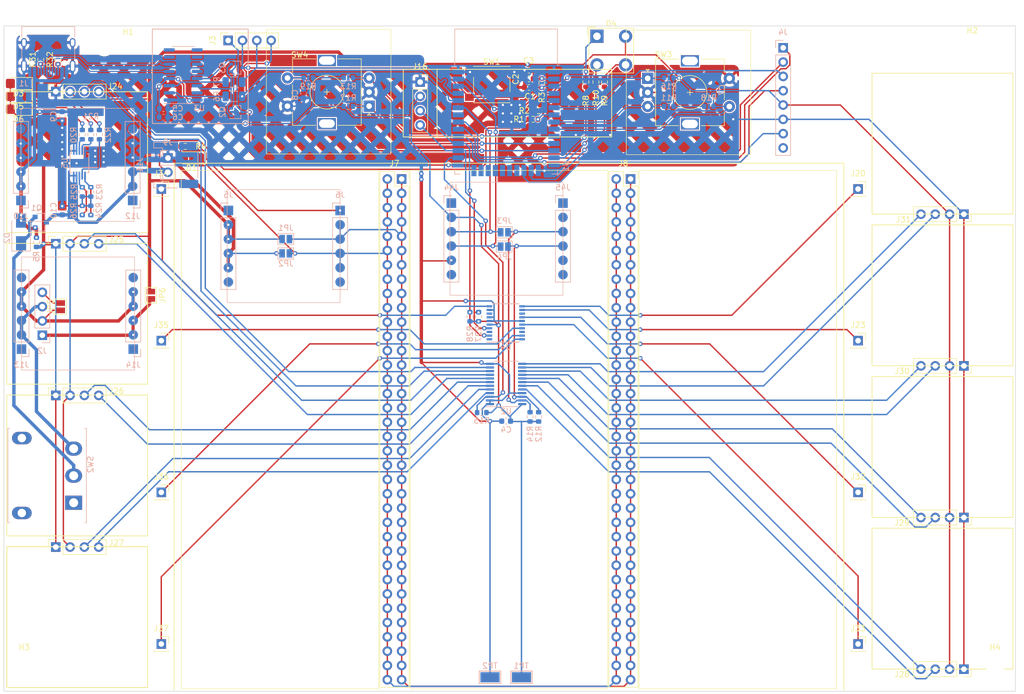
<source format=kicad_pcb>
(kicad_pcb (version 20210722) (generator pcbnew)
  (layers (0 "F.Cu" signal) (31 "B.Cu" signal) (34 "B.Paste" user) (35 "F.Paste" user) (36 "B.SilkS" user "B.Silkscreen") (37 "F.SilkS" user "F.Silkscreen") (38 "B.Mask" user) (39 "F.Mask" user) (44 "Edge.Cuts" user))
  (net 0 "")
  (net 1 "/EN")
  (net 2 "GND")
  (net 3 "+3V3")
  (net 4 "/Power rails/GND Prot")
  (net 5 "Net-(D1-Pad2)")
  (net 6 "/Power management/POWER")
  (net 7 "VBUS")
  (net 8 "/TTL TX")
  (net 9 "/TTL RX")
  (net 10 "/IO0")
  (net 11 "/PN532 SCK")
  (net 12 "/PN532 MISO")
  (net 13 "/PN532 MOSI")
  (net 14 "/PN532 SS")
  (net 15 "/Power rails/SHORT")
  (net 16 "/Power rails/3.3V Prot")
  (net 17 "+BATT")
  (net 18 "/User interface/MUX SDA 0")
  (net 19 "/User interface/MUX SCL 0")
  (net 20 "/User interface/MUX SDA 1")
  (net 21 "/User interface/MUX SCL 1")
  (net 22 "/User interface/MUX SCL 7")
  (net 23 "/User interface/MUX SDA 7")
  (net 24 "/User interface/MUX SCL 6")
  (net 25 "/User interface/MUX SDA 6")
  (net 26 "/User interface/MUX SCL 5")
  (net 27 "/User interface/MUX SDA 5")
  (net 28 "/User interface/MUX SCL 4")
  (net 29 "/User interface/MUX SDA 4")
  (net 30 "/User interface/MUX SCL 3")
  (net 31 "/User interface/MUX SDA 3")
  (net 32 "/User interface/MUX SCL 2")
  (net 33 "/User interface/MUX SDA 2")
  (net 34 "/BATT sen")
  (net 35 "/USB D+")
  (net 36 "/USB D-")
  (net 37 "/MUX SCL")
  (net 38 "/MUX SDA")
  (net 39 "/MUX RST")
  (net 40 "/T_A")
  (net 41 "/T_SW")
  (net 42 "/T_B")
  (net 43 "/Q_A")
  (net 44 "/Q_SW")
  (net 45 "/Q_B")
  (net 46 "/RGB B")
  (net 47 "/RGB G")
  (net 48 "/RGB R")
  (net 49 "/ALT SCL")
  (net 50 "/ALT SDA")
  (net 51 "/Power management/POWER_SW")
  (net 52 "/User interface/OLED SDA")
  (net 53 "/User interface/OLED SCL")
  (net 54 "/USB-TTL/~{RTS}")
  (net 55 "/USB-TTL/~{DTR}")
  (net 56 "Net-(R6-Pad1)")
  (net 57 "Net-(R7-Pad1)")
  (net 58 "Net-(J20-Pad1)")
  (net 59 "Net-(J23-Pad1)")
  (net 60 "Net-(J34-Pad1)")
  (net 61 "Net-(J32-Pad1)")
  (net 62 "Net-(J33-Pad1)")
  (net 63 "Net-(J35-Pad1)")
  (net 64 "Net-(J36-Pad1)")
  (net 65 "Net-(J37-Pad1)")
  (net 66 "Net-(D3-Pad1)")
  (net 67 "Net-(D5-Pad1)")
  (net 68 "Net-(D6-Pad1)")
  (net 69 "Net-(J2-Pad4)")
  (net 70 "Net-(R20-Pad2)")
  (net 71 "Net-(R21-Pad2)")
  (net 72 "Net-(R22-Pad2)")
  (net 73 "Net-(R23-Pad1)")
  (net 74 "Net-(R25-Pad1)")
  (net 75 "/PN532 IRQ")
  (net 76 "/Power management/DCDC")
  (net 77 "Net-(D4-Pad1)")
  (net 78 "Net-(D4-Pad2)")
  (net 79 "Net-(J1-PadA5)")
  (net 80 "Net-(J1-PadB5)")
  (net 81 "Net-(D4-Pad3)")
  (footprint "Connector_PinSocket_2.54mm:PinSocket_1x04_P2.54mm_Vertical" (layer "F.Cu") (at 230.685 101.947 -90)
    (fp_text reference "J30")
    (fp_text value "I2C OLED 6")
  )
  (footprint "Rotary_Encoder:RotaryEncoder_Alps_EC11E-Switch_Vertical_H20mm" (layer "F.Cu") (at 125.102 55.84 180)
    (fp_text reference "SW4")
    (fp_text value "Rot")
  )
  (footprint "Jumper:SolderJumper-2_P1.3mm_Open_Pad1.0x1.5mm" (layer "F.Cu") (at 86.36 89.408 90)
    (fp_text reference "JP6")
    (fp_text value "DC_DC")
  )
  (footprint "Connector_PinSocket_2.54mm:PinSocket_1x04_P2.54mm_Vertical" (layer "F.Cu") (at 100.076 44.171 90)
    (fp_text reference "J3")
    (fp_text value "USB Alt")
  )
  (footprint "LED_SMD:LED_1206_3216Metric_Castellated" (layer "F.Cu") (at 62.837 56.388 180)
    (fp_text reference "D6")
    (fp_text value "Yel")
  )
  (footprint "Resistor_SMD:R_0603_1608Metric" (layer "F.Cu") (at 154.241 58.166)
    (fp_text reference "R1")
    (fp_text value "10k")
  )
  (footprint "Resistor_SMD:R_0603_1608Metric" (layer "F.Cu") (at 92.456 62.992 180)
    (fp_text reference "R4")
    (fp_text value "65")
  )
  (footprint "Resistor_SMD:R_0603_1608Metric" (layer "F.Cu") (at 69.85 47.561 90)
    (fp_text reference "R32")
    (fp_text value "5k1")
  )
  (footprint "Connector_PinSocket_2.54mm:PinSocket_1x01_P2.54mm_Vertical" (layer "F.Cu") (at 211.899 97.473)
    (fp_text reference "J23")
    (fp_text value "I1")
  )
  (footprint "Resistor_SMD:R_0603_1608Metric" (layer "F.Cu") (at 166.878 51.562 -90)
    (fp_text reference "R9")
    (fp_text value "15")
  )
  (footprint "Connector_PinSocket_2.54mm:PinSocket_1x04_P2.54mm_Vertical" (layer "F.Cu") (at 69.469 134.112 90)
    (fp_text reference "J27")
    (fp_text value "I2C OLED 3")
  )
  (footprint "Resistor_SMD:R_0603_1608Metric" (layer "F.Cu") (at 155.752 51.753 90)
    (fp_text reference "R3")
    (fp_text value "10k")
  )
  (footprint "MountingHole:MountingHole_3.2mm_M3" (layer "F.Cu") (at 236.23858 156.095299)
    (fp_text reference "H4")
    (fp_text value "MountingHole")
  )
  (footprint "MountingHole:MountingHole_3.2mm_M3" (layer "F.Cu") (at 78.083422 45.212)
    (fp_text reference "H1")
    (fp_text value "MountingHole")
  )
  (footprint "Connector_PinSocket_2.54mm:PinSocket_1x01_P2.54mm_Vertical" (layer "F.Cu") (at 211.899 124.397)
    (fp_text reference "J32")
    (fp_text value "I2")
  )
  (footprint "Capacitor_SMD:C_0603_1608Metric" (layer "F.Cu") (at 153.466 49.467 180)
    (fp_text reference "C3")
    (fp_text value "0u1")
  )
  (footprint "Capacitor_SMD:C_0603_1608Metric" (layer "F.Cu") (at 153.466 52.515 180)
    (fp_text reference "C1")
    (fp_text value "0u1")
  )
  (footprint "Connector_PinSocket_2.54mm:PinSocket_1x04_P2.54mm_Vertical" (layer "F.Cu") (at 69.469 80.264 90)
    (fp_text reference "J25")
    (fp_text value "I2C OLED 1")
  )
  (footprint "Connector_PinSocket_2.54mm:PinSocket_1x04_P2.54mm_Vertical" (layer "F.Cu") (at 69.469 107.188 90)
    (fp_text reference "J26")
    (fp_text value "I2C OLED 2")
  )
  (footprint "LED_THT:LED_BL-FL7680RGB" (layer "F.Cu") (at 165.544 43.434)
    (fp_text reference "D4")
    (fp_text value "FM-B2020RGBA-HG")
  )
  (footprint "LED_SMD:LED_1206_3216Metric_Castellated" (layer "F.Cu") (at 62.837 54.102 180)
    (fp_text reference "D5")
    (fp_text value "Gre")
  )
  (footprint "Connector_PinSocket_2.54mm:PinSocket_2x36_P2.54mm_Vertical" (layer "F.Cu") (at 130.873 68.771)
    (fp_text reference "J7")
    (fp_text value "Power rail")
  )
  (footprint "Capacitor_SMD:C_0603_1608Metric" (layer "F.Cu") (at 153.466 50.991 180)
    (fp_text reference "C2")
    (fp_text value "10u")
  )
  (footprint "MountingHole:MountingHole_3.2mm_M3" (layer "F.Cu") (at 236.22 45.212)
    (fp_text reference "H2")
    (fp_text value "MountingHole")
  )
  (footprint "Connector_PinSocket_2.54mm:PinSocket_1x01_P2.54mm_Vertical" (layer "F.Cu") (at 88.201 124.397)
    (fp_text reference "J36")
    (fp_text value "O2")
  )
  (footprint "LED_SMD:LED_1206_3216Metric_Castellated" (layer "F.Cu") (at 93.571 65.024 180)
    (fp_text reference "D1")
    (fp_text value "SHORT LED")
  )
  (footprint "Rotary_Encoder:RotaryEncoder_Alps_EC11E-Switch_Vertical_H20mm" (layer "F.Cu") (at 174.552511 50.901489)
    (fp_text reference "SW3")
    (fp_text value "Rot")
  )
  (footprint "Connector_PinSocket_2.54mm:PinSocket_1x01_P2.54mm_Vertical" (layer "F.Cu") (at 88.201 97.473)
    (fp_text reference "J35")
    (fp_text value "O1")
  )
  (footprint "Connector_PinSocket_2.54mm:PinSocket_1x04_P2.54mm_Vertical" (layer "F.Cu") (at 230.685 128.871 -90)
    (fp_text reference "J29")
    (fp_text value "I2C OLED 5")
  )
  (footprint "Connector_PinSocket_2.54mm:PinSocket_1x01_P2.54mm_Vertical" (layer "F.Cu") (at 211.899 151.321)
    (fp_text reference "J33")
    (fp_text value "I3")
  )
  (footprint "Resistor_SMD:R_0603_1608Metric" (layer "F.Cu") (at 163.576 51.562 -90)
    (fp_text reference "R8")
    (fp_text value "65")
  )
  (footprint "Button_Switch_SMD:SW_Push_1P1T_NO_6x6mm_H9.5mm" (layer "F.Cu") (at 146.875 52.007)
    (fp_text reference "SW1")
    (fp_text value "RESET")
  )
  (footprint "LED_SMD:LED_1206_3216Metric_Castellated" (layer "F.Cu") (at 62.837 51.816 180)
    (fp_text reference "D3")
    (fp_text value "Red")
  )
  (footprint "Connector_PinSocket_2.54mm:PinSocket_1x01_P2.54mm_Vertical" (layer "F.Cu") (at 88.201 151.321)
    (fp_text reference "J37")
    (fp_text value "O3")
  )
  (footprint "Resistor_SMD:R_0603_1608Metric" (layer "F.Cu") (at 155.194 56.642 180)
    (fp_text reference "R2")
    (fp_text value "10k")
  )
  (footprint "Connector_PinSocket_2.54mm:PinSocket_1x01_P2.54mm_Vertical" (layer "F.Cu") (at 88.201 70.549)
    (fp_text reference "J34")
    (fp_text value "O0")
  )
  (footprint "Jumper:SolderJumper-2_P1.3mm_Open_Pad1.0x1.5mm" (layer "F.Cu") (at 70.358 91.44 90)
    (fp_text reference "JP5")
    (fp_text value "SHDN")
  )
  (footprint "Connector_PinSocket_2.54mm:PinSocket_2x36_P2.54mm_Vertical" (layer "F.Cu") (at 171.513 68.771)
    (fp_text reference "J8")
    (fp_text value "Power rail")
  )
  (footprint "Resistor_SMD:R_0603_1608Metric" (layer "F.Cu") (at 165.354 51.562 -90)
    (fp_text reference "R10")
    (fp_text value "15")
  )
  (footprint "MountingHole:MountingHole_3.2mm_M3" (layer "F.Cu") (at 63.86432 156.096379)
    (fp_text reference "H3")
    (fp_text value "MountingHole")
  )
  (footprint "Connector_PinSocket_2.54mm:PinSocket_1x04_P2.54mm_Vertical" (layer "F.Cu") (at 230.685 75.023 -90)
    (fp_text reference "J31")
    (fp_text value "I2C OLED 7")
  )
  (footprint "Resistor_SMD:R_0603_1608Metric" (layer "F.Cu") (at 66.802 47.561 90)
    (fp_text reference "R31")
    (fp_text value "5k1")
  )
  (footprint "Connector_PinSocket_2.54mm:PinSocket_1x04_P2.54mm_Vertical" (layer "F.Cu") (at 230.685 155.795 -90)
    (fp_text reference "J28")
    (fp_text value "I2C OLED 4")
  )
  (footprint "Connector_PinSocket_2.54mm:PinSocket_1x04_P2.54mm_Vertical" (layer "F.Cu") (at 134.159643 51.562)
    (fp_text reference "J16")
    (fp_text value "OLED")
  )
  (footprint "Connector_PinSocket_2.54mm:PinSocket_1x01_P2.54mm_Vertical" (layer "F.Cu") (at 211.899 70.549)
    (fp_text reference "J20")
    (fp_text value "I0")
  )
  (footprint "Connector_PinSocket_2.54mm:PinSocket_1x04_P2.54mm_Vertical" (layer "F.Cu") (at 69.469 53.252 90)
    (fp_text reference "J24")
    (fp_text value "I2C OLED 0")
  )
  (footprint "RF_Module:ESP32-WROOM-32" (layer "B.Cu") (at 149.415 58.019 180)
    (fp_text reference "U1")
    (fp_text value "ESP32-WROOM-32")
  )
  (footprint "Jumper:SolderJumper-2_P1.3mm_Open_Pad1.0x1.5mm" (layer "B.Cu") (at 149.098 80.772)
    (fp_text reference "JP4")
    (fp_text value "Jumper")
  )
  (footprint "Resistor_SMD:R_0603_1608Metric" (layer "B.Cu") (at 74.168 74.359 90)
    (fp_text reference "R26")
    (fp_text value "10k")
  )
  (footprint "Resistor_SMD:R_0603_1608Metric" (layer "B.Cu") (at 75.692 71.057 -90)
    (fp_text reference "R23")
    (fp_text value "1k")
  )
  (footprint "Package_SO:SOIC-16_3.9x9.9mm_P1.27mm" (layer "B.Cu") (at 92.08925 50.307)
    (fp_text reference "U3")
    (fp_text value "CH340B")
  )
  (footprint "custom:PinSocket_1x06_P2.54mm_Vertical" (layer "B.Cu") (at 83.121 72.581)
    (fp_text reference "J12")
    (fp_text value "CHG out")
  )
  (footprint "TestPoint:TestPoint_Keystone_5015_Micro-Minature" (layer "B.Cu") (at 146.558 157.226)
    (fp_text reference "TP2")
    (fp_text value "GND Wire TP")
  )
  (footprint "Package_TO_SOT_SMD:SOT-323_SC-70" (layer "B.Cu") (at 101.6 56.896)
    (fp_text reference "Q2")
    (fp_text value "DTC143T")
  )
  (footprint "Capacitor_SMD:C_0603_1608Metric" (layer "B.Cu") (at 70.612 57.595 -90)
    (fp_text reference "C9")
    (fp_text value "10u")
  )
  (footprint "Connector_PinSocket_2.54mm:PinSocket_1x04_P2.54mm_Vertical" (layer "B.Cu") (at 67.081 96.51)
    (fp_text reference "J2")
    (fp_text value "Pololu DC-DC")
  )
  (footprint "Jumper:SolderJumper-2_P1.3mm_Open_Pad1.0x1.5mm" (layer "B.Cu") (at 110.299 81.979)
    (fp_text reference "JP2")
    (fp_text value "GND Jumper")
  )
  (footprint "Diode_SMD:D_SMA" (layer "B.Cu") (at 63.309 78.169 90)
    (fp_text reference "D2")
    (fp_text value "SS24")
  )
  (footprint "Capacitor_SMD:C_0603_1608Metric" (layer "B.Cu") (at 88.59825 56.276)
    (fp_text reference "C5")
    (fp_text value "10u")
  )
  (footprint "custom:SW-TH_SS-12D11G5" (layer "B.Cu") (at 72.644 123.444 90)
    (fp_text reference "SW2")
    (fp_text value "SW_SPDT")
  )
  (footprint "Resistor_SMD:R_0603_1608Metric" (layer "B.Cu") (at 66.04 80.01 -90)
    (fp_text reference "R5")
    (fp_text value "100k")
  )
  (footprint "Capacitor_SMD:C_0603_1608Metric" (layer "B.Cu") (at 70.612 74.359 90)
    (fp_text reference "C10")
    (fp_text value "10u")
  )
  (footprint "custom:PinSocket_1x06_P2.54mm_Vertical" (layer "B.Cu") (at 159.512 73.05 180)
    (fp_text reference "J45")
    (fp_text value "Del out")
  )
  (footprint "custom:PinSocket_1x06_P2.54mm_Vertical" (layer "B.Cu") (at 63.284 72.581)
    (fp_text reference "J10")
    (fp_text value "CHG in")
  )
  (footprint "Resistor_SMD:R_0603_1608Metric" (layer "B.Cu") (at 144.526 93.218 -90)
    (fp_text reference "R27")
    (fp_text value "10k")
  )
  (footprint "Package_TO_SOT_SMD:SOT-323_SC-70" (layer "B.Cu") (at 101.6 49.022)
    (fp_text reference "Q3")
    (fp_text value "DTC143T")
  )
  (footprint "Resistor_SMD:R_0603_1608Metric" (layer "B.Cu") (at 121.408 55.88 180)
    (fp_text reference "R17")
    (fp_text value "47k")
  )
  (footprint "Resistor_SMD:R_0603_1608Metric" (layer "B.Cu") (at 74.168 60.897 -90)
    (fp_text reference "R20")
    (fp_text value "1k5")
  )
  (footprint "custom:PinSocket_1x06_P2.54mm_Vertical" (layer "B.Cu") (at 139.7 73.05 180)
    (fp_text reference "J44")
    (fp_text value "Del in")
  )
  (footprint "Capacitor_SMD:C_0603_1608Metric" (layer "B.Cu") (at 113.471 53.594 -90)
    (fp_text reference "C8")
    (fp_text value "1u")
  )
  (footprint "Capacitor_SMD:C_0603_1608Metric" (layer "B.Cu") (at 88.58525 57.8)
    (fp_text reference "C6")
    (fp_text value "0u1")
  )
  (footprint "Resistor_SMD:R_0603_1608Metric" (layer "B.Cu") (at 178.308 50.8)
    (fp_text reference "R16")
    (fp_text value "47k")
  )
  (footprint "Connector_JST:JST_PH_S2B-PH-SM4-TB_1x02-1MP_P2.00mm_Horizontal" (layer "B.Cu") (at 90.17 66.294 -90)
    (fp_text reference "J11")
    (fp_text value "Batt")
  )
  (footprint "Resistor_SMD:R_1206_3216Metric" (layer "B.Cu") (at 101.092 51.562)
    (fp_text reference "R7")
    (fp_text value "0")
  )
  (footprint "custom:PinSocket_1x06_P2.54mm_Vertical" (layer "B.Cu") (at 100.114 74.359 180)
    (fp_text reference "J5")
    (fp_text value "Prot in")
  )
  (footprint "Resistor_SMD:R_0603_1608Metric" (layer "B.Cu") (at 75.692 74.359 90)
    (fp_text reference "R24")
    (fp_text value "1k")
  )
  (footprint "Package_SO:SSOP-20_4.4x6.5mm_P0.65mm" (layer "B.Cu") (at 149.352 94.297)
    (fp_text reference "U4")
    (fp_text value "PCF8574TS")
  )
  (footprint "Package_SO:TSSOP-24_4.4x7.8mm_P0.65mm" (layer "B.Cu") (at 149.415 105.156)
    (fp_text reference "U2")
    (fp_text value "TCA9548APWR")
  )
  (footprint "Jumper:SolderJumper-2_P1.3mm_Open_Pad1.0x1.5mm" (layer "B.Cu") (at 110.299 79.439)
    (fp_text reference "JP1")
    (fp_text value "3.3V Jumper")
  )
  (footprint "Jumper:SolderJumper-2_P1.3mm_Open_Pad1.0x1.5mm" (layer "B.Cu") (at 149.098 78.232)
    (fp_text reference "JP3")
    (fp_text value "Jumper")
  )
  (footprint "Resistor_SMD:R_0603_1608Metric" (layer "B.Cu") (at 145.097 110.236)
    (fp_text reference "R15")
    (fp_text value "10k")
  )
  (footprint "custom:PinSocket_1x06_P2.54mm_Vertical" (layer "B.Cu") (at 63.384 98.972)
    (fp_text reference "J13")
    (fp_text value "DC-DC in")
  )
  (footprint "Resistor_SMD:R_0603_1608Metric" (layer "B.Cu") (at 114.296 50.8)
    (fp_text reference "R19")
    (fp_text value "10k")
  )
  (footprint "Resistor_SMD:R_0603_1608Metric" (layer "B.Cu") (at 77.216 60.897 -90)
    (fp_text reference "R22")
    (fp_text value "1k5")
  )
  (footprint "Capacitor_SMD:C_0603_1608Metric" (layer "B.Cu") (at 186.245 53.086 90)
    (fp_text reference "C7")
    (fp_text value "1u")
  )
  (footprint "Resistor_SMD:R_0603_1608Metric" (layer "B.Cu") (at 185.42 55.88 180)
    (fp_text reference "R18")
    (fp_text value "10k")
  )
  (footprint "Resistor_SMD:R_0603_1608Metric" (layer "B.Cu") (at 75.692 60.897 -90)
    (fp_text reference "R21")
    (fp_text value "1k5")
  )
  (footprint "Package_TO_SOT_SMD:SOT-23" (layer "B.Cu") (at 66.802 76.454)
    (fp_text reference "Q1")
    (fp_text value "AO3401A")
  )
  (footprint "Resistor_SMD:R_0603_1608Metric" (layer "B.Cu") (at 178.308 55.88)
    (fp_text reference "R11")
    (fp_text value "47k")
  )
  (footprint "TestPoint:TestPoint_Keystone_5015_Micro-Minature" (layer "B.Cu") (at 152.146 157.226)
    (fp_text reference "TP1")
    (fp_text value "3.3V Wire TP")
  )
  (footprint "Package_SO:MSOP-10_3x3mm_P0.5mm" (layer "B.Cu") (at 73.66 65.977 -90)
    (fp_text reference "U5")
    (fp_text value "MCP73833")
  )
  (footprint "Connector_PinSocket_2.54mm:PinSocket_1x08_P2.54mm_Vertical" (layer "B.Cu") (at 198.603 45.481 180)
    (fp_text reference "J4")
    (fp_text value "NFC Conn")
  )
  (footprint "custom:PinSocket_1x06_P2.54mm_Vertical" (layer "B.Cu") (at 119.951 74.359 180)
    (fp_text reference "J6")
    (fp_text value "Prot out")
  )
  (footprint "Resistor_SMD:R_1206_3216Metric" (layer "B.Cu") (at 101.092 54.102)
    (fp_text reference "R6")
    (fp_text value "0")
  )
  (footprint "Capacitor_SMD:C_0603_1608Metric" (layer "B.Cu") (at 149.415 111.76 180)
    (fp_text reference "C4")
    (fp_text value "10u")
  )
  (footprint "Connector_USB:USB_C_Receptacle_HRO_TYPE-C-31-M-12" (layer "B.Cu") (at 68.135 45.605)
    (fp_text reference "J1")
    (fp_text value "USB-C")
  )
  (footprint "Resistor_SMD:R_0603_1608Metric" (layer "B.Cu") (at 74.168 71.057 -90)
    (fp_text reference "R25")
    (fp_text value "10k")
  )
  (footprint "Resistor_SMD:R_0603_1608Metric" (layer "B.Cu") (at 155.194 110.998 -90)
    (fp_text reference "R12")
    (fp_text value "10k")
  )
  (footprint "custom:PinSocket_1x06_P2.54mm_Vertical" (layer "B.Cu") (at 83.221 98.972)
    (fp_text reference "J14")
    (fp_text value "DC-DC out")
  )
  (footprint "Connector_PinSocket_2.54mm:PinSocket_1x02_P2.54mm_Vertical" (layer "B.Cu") (at 89.383 65.044 180)
    (fp_text reference "J9")
    (fp_text value "Batt alt")
  )
  (footprint "Resistor_SMD:R_0603_1608Metric" (layer "B.Cu") (at 121.408 50.8 180)
    (fp_text reference "R13")
    (fp_text value "47k")
  )
  (footprint "Resistor_SMD:R_0603_1608Metric" (layer "B.Cu") (at 143.002 93.218 -90)
    (fp_text reference "R28")
    (fp_text value "10k")
  )
  (footprint "Resistor_SMD:R_0603_1608Metric" (layer "B.Cu") (at 153.67 110.998 -90)
    (fp_text reference "R14")
    (fp_text value "10k")
  )
  (gr_rect (start 139.446 89.408) (end 159.512 69.342) (layer "B.SilkS") (width 0.1) (fill none))
  (gr_rect (start 99.885 90.717) (end 119.951 70.651) (layer "B.SilkS") (width 0.1) (fill none))
  (gr_rect (start 83.45 82.614) (end 63.384 102.68) (layer "B.SilkS") (width 0.1) (fill none))
  (gr_rect (start 83.35 56.223) (end 63.284 76.289) (layer "B.SilkS") (width 0.1) (fill none))
  (gr_rect (start 86.614 58.928) (end 103.632 42.164) (layer "B.SilkS") (width 0.15) (fill none))
  (gr_line (start 137.159643 49.299) (end 137.159643 61.299) (layer "F.SilkS") (width 0.15))
  (gr_line (start 90.487 159.449) (end 90.487 65.977) (layer "F.SilkS") (width 0.15))
  (gr_rect (start 60.769 53.277) (end 85.769 78.277) (layer "F.SilkS") (width 0.15) (fill none))
  (gr_rect (start 173.037 67.247) (end 208.089 159.247) (layer "F.SilkS") (width 0.1) (fill none))
  (gr_rect (start 131.159643 49.299) (end 168.159643 61.299) (layer "F.SilkS") (width 0.15) (fill none))
  (gr_rect (start 239.385 101.922) (end 214.385 76.922) (layer "F.SilkS") (width 0.15) (fill none))
  (gr_rect (start 239.385 128.846) (end 214.385 103.846) (layer "F.SilkS") (width 0.15) (fill none))
  (gr_rect (start 60.769 107.125) (end 85.769 132.125) (layer "F.SilkS") (width 0.15) (fill none))
  (gr_rect (start 239.385 155.77) (end 214.385 130.77) (layer "F.SilkS") (width 0.15) (fill none))
  (gr_rect (start 192.849 64.453) (end 170.751 42.355) (layer "F.SilkS") (width 0.1) (fill none))
  (gr_rect (start 239.385 74.998) (end 214.385 49.998) (layer "F.SilkS") (width 0.15) (fill none))
  (gr_rect (start 60.769 134.049) (end 85.769 159.049) (layer "F.SilkS") (width 0.15) (fill none))
  (gr_rect (start 132.397 67.247) (end 167.449 159.247) (layer "F.SilkS") (width 0.1) (fill none))
  (gr_line (start 209.359 65.977) (end 209.359 159.449) (layer "F.SilkS") (width 0.15))
  (gr_rect (start 91.757 67.247) (end 126.809 159.247) (layer "F.SilkS") (width 0.1) (fill none))
  (gr_rect (start 60.769 134.049) (end 85.769 159.049) (layer "F.SilkS") (width 0.15) (fill none))
  (gr_rect (start 128.965 64.325) (end 106.867 42.227) (layer "F.SilkS") (width 0.1) (fill none))
  (gr_rect (start 60.769 80.201) (end 85.769 105.201) (layer "F.SilkS") (width 0.15) (fill none))
  (gr_line (start 90.487 65.977) (end 209.359 65.977) (layer "F.SilkS") (width 0.15))
  (gr_rect (start 239.839 159.703) (end 60.261 41.593) (layer "Edge.Cuts") (width 0.1) (fill none))
  (segment (start 154.241 52.515) (end 155.689 52.515) (width 0.25) (layer "F.Cu") (net 1))
  (segment (start 142.9 54.257) (end 137.707511 49.064511) (width 0.25) (layer "F.Cu") (net 1))
  (segment (start 150.85 54.257) (end 152.499 54.257) (width 0.25) (layer "F.Cu") (net 1))
  (segment (start 103.674511 49.064511) (end 103.632 49.022) (width 0.25) (layer "F.Cu") (net 1))
  (segment (start 137.707511 49.064511) (end 103.674511 49.064511) (width 0.25) (layer "F.Cu") (net 1))
  (segment (start 152.499 54.257) (end 154.241 52.515) (width 0.25) (layer "F.Cu") (net 1))
  (segment (start 155.689 52.515) (end 155.752 52.578) (width 0.25) (layer "F.Cu") (net 1))
  (segment (start 142.9 54.257) (end 150.85 54.257) (width 0.25) (layer "F.Cu") (net 1))
  (via (at 155.752 52.578) (size 0.8) (drill 0.4) (layers "F.Cu" "B.Cu") (net 1))
  (via (at 103.632 49.022) (size 0.8) (drill 0.4) (layers "F.Cu" "B.Cu") (net 1))
  (segment (start 156.026 52.304) (end 155.752 52.578) (width 0.25) (layer "B.Cu") (net 1))
  (segment (start 102.6 49.022) (end 102.6 44.187) (width 0.25) (layer "B.Cu") (net 1))
  (segment (start 102.6 44.187) (end 102.616 44.171) (width 0.25) (layer "B.Cu") (net 1))
  (segment (start 103.632 49.022) (end 102.6 49.022) (width 0.25) (layer "B.Cu") (net 1))
  (segment (start 157.915 52.304) (end 156.026 52.304) (width 0.25) (layer "B.Cu") (net 1))
  (segment (start 100.076 84.582) (end 100.076 82.017) (width 0.6) (layer "F.Cu") (net 2))
  (segment (start 142.9 49.757) (end 142.975 49.757) (width 0.25) (layer "F.Cu") (net 2))
  (segment (start 134.366 67.818) (end 134.366 83.312) (width 0.6) (layer "F.Cu") (net 2))
  (segment (start 174.552511 53.401489) (end 186.552511 53.401489) (width 0.25) (layer "F.Cu") (net 2))
  (segment (start 134.366 83.312) (end 134.366 90.424) (width 0.6) (layer "F.Cu") (net 2))
  (segment (start 142.24 90.424) (end 134.366 90.424) (width 0.25) (layer "F.Cu") (net 2))
  (segment (start 70.358 92.09) (end 68.961 92.09) (width 0.25) (layer "F.Cu") (net 2))
  (segment (start 67.31 84.074) (end 67.31 84.886) (width 0.6) (layer "F.Cu") (net 2))
  (segment (start 139.598 83.312) (end 139.7 83.21) (width 0.25) (layer "F.Cu") (net 2))
  (segment (start 152.691 49.467) (end 152.691 50.991) (width 0.25) (layer "F.Cu") (net 2))
  (segment (start 69.469 134.112) (end 69.469 107.188) (width 0.25) (layer "F.Cu") (net 2))
  (segment (start 89.936 65.044) (end 101.013511 76.121511) (width 0.6) (layer "F.Cu") (net 2))
  (segment (start 74.168 73.534) (end 70.662 73.534) (width 0.25) (layer "F.Cu") (net 2))
  (segment (start 134.366 90.678) (end 134.366 101.346) (width 0.6) (layer "F.Cu") (net 2))
  (segment (start 150.85 49.757) (end 152.401 49.757) (width 0.25) (layer "F.Cu") (net 2))
  (segment (start 134.366 83.312) (end 139.598 83.312) (width 0.25) (layer "F.Cu") (net 2))
  (segment (start 101.013511 76.121511) (end 101.013511 81.079489) (width 0.6) (layer "F.Cu") (net 2))
  (segment (start 67.081 93.97) (end 80.603 93.97) (width 0.6) (layer "F.Cu") (net 2))
  (segment (start 101.013511 81.079489) (end 100.114 81.979) (width 0.6) (layer "F.Cu") (net 2))
  (segment (start 100.076 82.017) (end 100.114 81.979) (width 0.6) (layer "F.Cu") (net 2))
  (segment (start 67.31 80.264) (end 69.469 80.264) (width 0.6) (layer "F.Cu") (net 2))
  (segment (start 134.366 90.424) (end 134.366 90.678) (width 0.6) (layer "F.Cu") (net 2))
  (segment (start 63.384 88.812) (end 63.384 91.352) (width 0.6) (layer "F.Cu") (net 2))
  (segment (start 152.691 50.991) (end 152.691 52.515) (width 0.25) (layer "F.Cu") (net 2))
  (segment (start 89.383 65.044) (end 89.936 65.044) (width 0.6) (layer "F.Cu") (net 2))
  (segment (start 66.002 93.97) (end 63.384 91.352) (width 0.6) (layer "F.Cu") (net 2))
  (segment (start 142.975 49.757) (end 143.002 49.784) (width 0.25) (layer "F.Cu") (net 2))
  (segment (start 144.78 111.76) (end 134.366 101.346) (width 0.25) (layer "F.Cu") (net 2))
  (segment (start 186.552511 53.401489) (end 189.052511 50.901489) (width 0.25) (layer "F.Cu") (net 2))
  (segment (start 70.662 73.534) (end 70.612 73.584) (width 0.25) (layer "F.Cu") (net 2))
  (segment (start 80.603 93.97) (end 83.221 91.352) (width 0.6) (layer "F.Cu") (net 2))
  (segment (start 144.78 111.76) (end 146.558 111.76) (width 0.25) (layer "F.Cu") (net 2))
  (segment (start 67.081 93.97) (end 66.002 93.97) (width 0.6) (layer "F.Cu") (net 2))
  (segment (start 152.401 49.757) (end 152.691 49.467) (width 0.25) (layer "F.Cu") (net 2))
  (segment (start 68.961 92.09) (end 67.081 93.97) (width 0.25) (layer "F.Cu") (net 2))
  (segment (start 145.034 101.346) (end 134.366 101.346) (width 0.25) (layer "F.Cu") (net 2))
  (segment (start 67.31 66.294) (end 67.31 80.264) (width 0.6) (layer "F.Cu") (net 2))
  (segment (start 83.221 91.352) (end 83.221 88.812) (width 0.6) (layer "F.Cu") (net 2))
  (segment (start 230.685 155.795) (end 230.685 75.023) (width 0.25) (layer "F.Cu") (net 2))
  (segment (start 67.31 80.264) (end 67.31 84.074) (width 0.6) (layer "F.Cu") (net 2))
  (segment (start 67.31 84.886) (end 63.384 88.812) (width 0.6) (layer "F.Cu") (net 2))
  (via (at 150.876 49.784) (size 0.8) (drill 0.4) (layers "F.Cu" "B.Cu") (net 2))
  (via (at 76.454 63.754) (size 0.8) (drill 0.4) (layers "F.Cu" "B.Cu") (net 2))
  (via (at 151.844 58.626) (size 0.8) (drill 0.4) (layers "F.Cu" "B.Cu") (net 2))
  (via (at 83.221 88.812) (size 0.8) (drill 0.4) (layers "F.Cu" "B.Cu") (net 2))
  (via (at 63.384 88.812) (size 0.8) (drill 0.4) (layers "F.Cu" "B.Cu") (net 2))
  (via (at 100.076 84.582) (size 0.8) (drill 0.4) (layers "F.Cu" "B.Cu") (net 2))
  (via (at 83.121 62.421) (size 0.8) (drill 0.4) (layers "F.Cu" "B.Cu") (net 2))
  (via (at 148.844 57.126) (size 0.8) (drill 0.4) (layers "F.Cu" "B.Cu") (net 2))
  (via (at 134.366 68.834) (size 0.8) (drill 0.4) (layers "F.Cu" "B.Cu") (net 2))
  (via (at 108.649 81.979) (size 0.8) (drill 0.4) (layers "F.Cu" "B.Cu") (net 2))
  (via (at 100.114 81.979) (size 0.8) (drill 0.4) (layers "F.Cu" "B.Cu") (net 2))
  (via (at 67.31 80.264) (size 0.8) (drill 0.4) (layers "F.Cu" "B.Cu") (net 2))
  (via (at 152.691 49.467) (size 0.8) (drill 0.4) (layers "F.Cu" "B.Cu") (net 2))
  (via (at 77.978 65.786) (size 0.8) (drill 0.4) (layers "F.Cu" "B.Cu") (net 2))
  (via (at 70.612 60.96) (size 0.8) (drill 0.4) (layers "F.Cu" "B.Cu") (net 2))
  (via (at 145.034 101.346) (size 0.8) (drill 0.4) (layers "F.Cu" "B.Cu") (net 2))
  (via (at 71.882 65.977) (size 0.8) (drill 0.4) (layers "F.Cu" "B.Cu") (net 2))
  (via (at 70.612 65.977) (size 0.8) (drill 0.4) (layers "F.Cu" "B.Cu") (net 2))
  (via (at 150.344 57.126) (size 0.8) (drill 0.4) (layers "F.Cu" "B.Cu") (net 2))
  (via (at 142.24 90.424) (size 0.8) (drill 0.4) (layers "F.Cu" "B.Cu") (net 2))
  (via (at 74.168 73.534) (size 0.8) (drill 0.4) (layers "F.Cu" "B.Cu") (net 2))
  (via (at 150.344 58.626) (size 0.8) (drill 0.4) (layers "F.Cu" "B.Cu") (net 2))
  (via (at 70.612 73.584) (size 0.8) (drill 0.4) (layers "F.Cu" "B.Cu") (net 2))
  (via (at 77.978 63.754) (size 0.8) (drill 0.4) (layers "F.Cu" "B.Cu") (net 2))
  (via (at 151.844 55.626) (size 0.8) (drill 0.4) (layers "F.Cu" "B.Cu") (net 2))
  (via (at 76.454 65.786) (size 0.8) (drill 0.4) (layers "F.Cu" "B.Cu") (net 2))
  (via (at 63.384 91.352) (size 0.8) (drill 0.4) (layers "F.Cu" "B.Cu") (net 2))
  (via (at 63.246 62.484) (size 0.8) (drill 0.4) (layers "F.Cu" "B.Cu") (net 2))
  (via (at 143.002 49.784) (size 0.8) (drill 0.4) (layers "F.Cu" "B.Cu") (net 2))
  (via (at 146.558 111.76) (size 0.8) (drill 0.4) (layers "F.Cu" "B.Cu") (net 2))
  (via (at 148.844 55.626) (size 0.8) (drill 0.4) (layers "F.Cu" "B.Cu") (net 2))
  (via (at 139.7 83.21) (size 0.8) (drill 0.4) (layers "F.Cu" "B.Cu") (net 2))
  (via (at 161.798 60.96) (size 0.8) (drill 0.4) (layers "F.Cu" "B.Cu") (net 2))
  (via (at 76.454 64.77) (size 0.8) (drill 0.4) (layers "F.Cu" "B.Cu") (net 2))
  (via (at 156.21 67.31) (size 0.8) (drill 0.4) (layers "F.Cu" "B.Cu") (net 2))
  (via (at 167.894 60.96) (size 0.8) (drill 0.4) (layers "F.Cu" "B.Cu") (net 2))
  (via (at 70.612 58.42) (size 0.8) (drill 0.4) (layers "F.Cu" "B.Cu") (net 2))
  (via (at 70.612 62.23) (size 0.8) (drill 0.4) (layers "F.Cu" "B.Cu") (net 2))
  (via (at 77.978 64.77) (size 0.8) (drill 0.4) (layers "F.Cu" "B.Cu") (net 2))
  (via (at 189.738 58.166) (size 0.8) (drill 0.4) (layers "F.Cu" "B.Cu") (net 2))
  (via (at 70.612 59.69) (size 0.8) (drill 0.4) (layers "F.Cu" "B.Cu") (net 2))
  (via (at 83.121 64.961) (size 0.8) (drill 0.4) (layers "F.Cu" "B.Cu") (net 2))
  (via (at 83.221 91.352) (size 0.8) (drill 0.4) (layers "F.Cu" "B.Cu") (net 2))
  (via (at 151.844 57.126) (size 0.8) (drill 0.4) (layers "F.Cu" "B.Cu") (net 2))
  (via (at 70.612 64.77) (size 0.8) (drill 0.4) (layers "F.Cu" "B.Cu") (net 2))
  (via (at 148.844 58.626) (size 0.8) (drill 0.4) (layers "F.Cu" "B.Cu") (net 2))
  (via (at 63.246 65.024) (size 0.8) (drill 0.4) (layers "F.Cu" "B.Cu") (net 2))
  (via (at 73.152 65.977) (size 0.8) (drill 0.4) (layers "F.Cu" "B.Cu") (net 2))
  (via (at 150.344 55.626) (size 0.8) (drill 0.4) (layers "F.Cu" "B.Cu") (net 2))
  (via (at 134.366 67.818) (size 0.8) (drill 0.4) (layers "F.Cu" "B.Cu") (net 2))
  (via (at 70.612 63.5) (size 0.8) (drill 0.4) (layers "F.Cu" "B.Cu") (net 2))
  (segment (start 100.114 84.519) (end 100.114 84.544) (width 0.6) (layer "B.Cu") (net 2))
  (segment (start 89.37325 54.993) (end 89.61425 54.752) (width 0.25) (layer "B.Cu") (net 2))
  (segment (start 146.5525 108.081) (end 148.712984 108.081) (width 0.25) (layer "B.Cu") (net 2))
  (segment (start 146.031 108.731) (end 146.5525 108.731) (width 0.25) (layer "B.Cu") (net 2))
  (segment (start 108.521 81.979) (end 100.114 81.979) (width 0.25) (layer "B.Cu") (net 2))
  (segment (start 152.252 93.972) (end 147.312 93.972) (width 0.25) (layer "B.Cu") (net 2))
  (segment (start 147.312 93.972) (end 146.452 93.972) (width 0.25) (layer "B.Cu") (net 2))
  (segment (start 147.276511 92.096511) (end 147.202 92.022) (width 0.25) (layer "B.Cu") (net 2))
  (segment (start 150.013 103.531) (end 148.063 101.581) (width 0.25) (layer "B.Cu") (net 2))
  (segment (start 189.753 58.181) (end 189.738 58.166) (width 0.25) (layer "B.Cu") (net 2))
  (segment (start 74.168 73.534) (end 75.692 73.534) (width 0.25) (layer "B.Cu") (net 2))
  (segment (start 69.469 53.252) (end 71.374 51.347) (width 0.25) (layer "B.Cu") (net 2))
  (segment (start 113.471 54.423) (end 113.471 54.369) (width 0.25) (layer "B.Cu") (net 2))
  (segment (start 89.37325 56.276) (end 89.37325 54.993) (width 0.25) (layer "B.Cu") (net 2))
  (segment (start 213.843 58.181) (end 195.047 58.181) (width 0.25) (layer "B.Cu") (net 2))
  (segment (start 147.276511 93.936511) (end 147.312 93.972) (width 0.25) (layer "B.Cu") (net 2))
  (segment (start 186.245 52.311) (end 187.643 52.311) (width 0.25) (layer "B.Cu") (net 2))
  (segment (start 108.521 81.979) (end 108.649 81.979) (width 0.25) (layer "B.Cu") (net 2))
  (segment (start 112.054 55.84) (end 113.471 54.423) (width 0.25) (layer "B.Cu") (net 2))
  (segment (start 156.174 67.274) (end 156.21 67.31) (width 0.25) (layer "B.Cu") (net 2))
  (segment (start 146.223676 111.76) (end 145.19748 110.733804) (width 0.25) (layer "B.Cu") (net 2))
  (segment (start 83.221 91.352) (end 83.221 88.812) (width 0.6) (layer "B.Cu") (net 2))
  (segment (start 147.202 92.022) (end 146.452 92.022) (width 0.25) (layer "B.Cu") (net 2))
  (segment (start 134.366 68.834) (end 134.366 66.04) (width 0.6) (layer "B.Cu") (net 2))
  (segment (start 187.643 52.311) (end 189.052511 50.901489) (width 0.25) (layer "B.Cu") (net 2))
  (segment (start 69.469 107.188) (end 69.469 80.264) (width 0.25) (layer "B.Cu") (net 2))
  (segment (start 230.685 75.023) (end 213.843 58.181) (width 0.25) (layer "B.Cu") (net 2))
  (segment (start 157.915 49.764) (end 152.988 49.764) (width 0.25) (layer "B.Cu") (net 2))
  (segment (start 74.168 73.534) (end 74.168 71.882) (width 0.25) (layer "B.Cu") (net 2))
  (segment (start 147.276511 90.932) (end 147.276511 92.096511) (width 0.25) (layer "B.Cu") (net 2))
  (segment (start 110.602 55.84) (end 112.054 55.84) (width 0.25) (layer "B.Cu") (net 2))
  (segment (start 150.013 106.781) (end 152.2775 106.781) (width 0.25) (layer "B.Cu") (net 2))
  (segment (start 146.812 90.424) (end 142.24 90.424) (width 0.25) (layer "B.Cu") (net 2))
  (segment (start 146.5525 108.081) (end 146.5525 108.731) (width 0.25) (layer "B.Cu") (net 2))
  (segment (start 109.649 81.979) (end 108.521 81.979) (width 0.25) (layer "B.Cu") (net 2))
  (segment (start 147.276511 90.888511) (end 146.812 90.424) (width 0.25) (layer "B.Cu") (net 2))
  (segment (start 146.452 93.322) (end 147.202 93.322) (width 0.25) (layer "B.Cu") (net 2))
  (segment (start 147.202 93.322) (end 147.276511 93.247489) (width 0.25) (layer "B.Cu") (net 2))
  (segment (start 146.558 111.76) (end 146.558 157.226) (width 0.25) (layer "B.Cu") (net 2))
  (segment (start 87.32 65.294) (end 83.454 65.294) (width 0.6) (layer "B.Cu") (net 2))
  (segment (start 89.37325 57.787) (end 89.36025 57.8) (width 0.25) (layer "B.Cu") (net 2))
  (segment (start 148.712984 108.081) (end 150.012984 106.781) (width 0.25) (layer "B.Cu") (net 2))
  (segment (start 195.047 58.181) (end 189.753 58.181) (width 0.25) (layer "B.Cu") (net 2))
  (segment (start 63.384 91.352) (end 63.384 88.812) (width 0.6) (layer "B.Cu") (net 2))
  (segment (start 66.04 80.835) (end 66.739 80.835) (width 0.6) (layer "B.Cu") (net 2))
  (segment (start 83.121 64.961) (end 83.121 62.421) (width 0.6) (layer "B.Cu") (net 2))
  (segment (start 150.013 106.781) (end 150.013 103.531) (width 0.25) (layer "B.Cu") (net 2))
  (segment (start 66.739 80.835) (end 67.31 80.264) (width 0.6) (layer "B.Cu") (net 2))
  (segment (start 145.19748 109.56452) (end 146.031 108.731) (width 0.25) (layer "B.Cu") (net 2))
  (segment (start 100.114 84.544) (end 100.076 84.582) (width 0.6) (layer "B.Cu") (net 2))
  (segment (start 89.37325 56.276) (end 89.37325 57.787) (width 0.25) (layer "B.Cu") (net 2))
  (segment (start 155.13 67.274) (end 156.174 67.274) (width 0.25) (layer "B.Cu") (net 2))
  (segment (start 146.5525 101.581) (end 145.269 101.581) (width 0.25) (layer "B.Cu") (net 2))
  (segment (start 145.269 101.581) (end 145.034 101.346) (width 0.25) (layer "B.Cu") (net 2))
  (segment (start 74.168 71.882) (end 75.692 71.882) (width 0.25) (layer "B.Cu") (net 2))
  (segment (start 145.19748 110.733804) (end 145.19748 109.56452) (width 0.25) (layer "B.Cu") (net 2))
  (segment (start 148.063 101.581) (end 146.5525 101.581) (width 0.25) (layer "B.Cu") (net 2))
  (segment (start 83.454 65.294) (end 83.121 64.961) (width 0.6) (layer "B.Cu") (net 2))
  (segment (start 75.692 73.534) (end 75.692 71.882) (width 0.25) (layer "B.Cu") (net 2))
  (segment (start 100.114 81.979) (end 100.114 84.519) (width 0.25) (layer "B.Cu") (net 2))
  (segment (start 147.276511 93.247489) (end 147.276511 93.936511) (width 0.25) (layer "B.Cu") (net 2))
  (segment (start 147.276511 90.932) (end 147.276511 90.888511) (width 0.25) (layer "B.Cu") (net 2))
  (segment (start 89.133 65.294) (end 89.383 65.044) (width 0.6) (layer "B.Cu") (net 2))
  (segment (start 147.276511 93.247489) (end 147.276511 92.096511) (width 0.25) (layer "B.Cu") (net 2))
  (segment (start 71.374 51.347) (end 71.374 51.308) (width 0.25) (layer "B.Cu") (net 2))
  (segment (start 148.64 111.76) (end 146.223676 111.76) (width 0.25) (layer "B.Cu") (net 2))
  (segment (start 152.988 49.764) (end 152.691 49.467) (width 0.25) (layer "B.Cu") (net 2))
  (segment (start 150.012984 106.781) (end 150.013 106.781) (width 0.25) (layer "B.Cu") (net 2))
  (segment (start 87.32 65.294) (end 89.133 65.294) (width 0.6) (layer "B.Cu") (net 2))
  (segment (start 198.603 55.641) (end 208.763 55.641) (width 0.25) (layer "F.Cu") (net 3))
  (segment (start 148.082 98.806) (end 148.082 108.966) (width 0.25) (layer "F.Cu") (net 3))
  (segment (start 92.202 52.07) (end 92.202 53.848) (width 0.25) (layer "F.Cu") (net 3))
  (segment (start 92.202 53.848) (end 93.1805 54.8265) (width 0.25) (layer "F.Cu") (net 3))
  (segment (start 86.106 52.832) (end 86.106 48.768) (width 0.6) (layer "F.Cu") (net 3))
  (segment (start 86.106 54.864) (end 86.106 52.832) (width 0.6) (layer "F.Cu") (net 3))
  (segment (start 148.082 108.966) (end 148.086299 108.970299) (width 0.25) (layer "F.Cu") (net 3))
  (segment (start 154.241 50.991) (end 155.689 50.991) (width 0.25) (layer "F.Cu") (net 3))
  (segment (start 73.333511 78.939489) (end 86.051489 78.939489) (width 0.25) (layer "F.Cu") (net 3))
  (segment (start 72.009 107.188) (end 70.81948 108.37752) (width 0.25) (layer "F.Cu") (net 3))
  (segment (start 86.106 78.994) (end 86.106 88.504) (width 0.6) (layer "F.Cu") (net 3))
  (segment (start 153.213991 48.439991) (end 163.142009 48.439991) (width 0.25) (layer "F.Cu") (net 3))
  (segment (start 154.241 49.467) (end 153.213991 48.439991) (width 0.6) (layer "F.Cu") (net 3))
  (segment (start 73.333511 54.576511) (end 85.818511 54.576511) (width 0.25) (layer "F.Cu") (net 3))
  (segment (start 86.106 78.994) (end 86.106 69.088) (width 0.6) (layer "F.Cu") (net 3))
  (segment (start 86.106 69.088) (end 86.106 68.072) (width 0.6) (layer "F.Cu") (net 3))
  (segment (start 86.106 68.072) (end 86.106 65.786) (width 0.6) (layer "F.Cu") (net 3))
  (segment (start 170.688 46.736) (end 176.022 46.736) (width 0.25) (layer "F.Cu") (net 3))
  (segment (start 145.034 76.962) (end 145.034 80.772) (width 0.25) (layer "F.Cu") (net 3))
  (segment (start 72.009 53.252) (end 73.333511 54.576511) (width 0.25) (layer "F.Cu") (net 3))
  (segment (start 86.106 58.928) (end 86.106 54.864) (width 0.6) (layer "F.Cu") (net 3))
  (segment (start 145.034 80.772) (end 148.082 83.82) (width 0.25) (layer "F.Cu") (net 3))
  (segment (start 86.106 58.928) (end 103.124 58.928) (width 0.25) (layer "F.Cu") (net 3))
  (segment (start 148.082 94.742) (end 147.383 94.043) (width 0.25) (layer "F.Cu") (net 3))
  (segment (start 147.383 94.043) (end 144.526 94.043) (width 0.25) (layer "F.Cu") (net 3))
  (segment (start 155.689 50.991) (end 155.752 50.928) (width 0.25) (layer "F.Cu") (net 3))
  (segment (start 170.624 46.672) (end 170.688 46.736) (width 0.25) (layer "F.Cu") (net 3))
  (segment (start 153.213991 48.439991) (end 121.845991 48.439991) (width 0.6) (layer "F.Cu") (net 3))
  (segment (start 85.818511 54.576511) (end 86.106 54.864) (width 0.25) (layer "F.Cu") (net 3))
  (segment (start 87.344022 52.832) (end 87.82325 52.352772) (width 0.25) (layer "F.Cu") (net 3))
  (segment (start 100.114 76.899) (end 92.303 69.088) (width 0.6) (layer "F.Cu") (net 3))
  (segment (start 148.082 83.82) (end 148.082 94.742) (width 0.25) (layer "F.Cu") (net 3))
  (segment (start 121.845991 48.439991) (end 119.646489 46.240489) (width 0.6) (layer "F.Cu") (net 3))
  (segment (start 170.624 43.434) (end 170.624 46.672) (width 0.25) (layer "F.Cu") (net 3))
  (segment (start 70.81948 132.92248) (end 72.009 134.112) (width 0.25) (layer "F.Cu") (net 3))
  (segment (start 119.646489 46.240489) (end 88.633511 46.240489) (width 0.6) (layer "F.Cu") (net 3))
  (segment (start 86.106 52.832) (end 87.344022 52.832) (width 0.25) (layer "F.Cu") (net 3))
  (segment (start 93.1805 54.8265) (end 93.218 54.8265) (width 0.25) (layer "F.Cu") (net 3))
  (segment (start 163.142009 48.439991) (end 164.846 46.736) (width 0.25) (layer "F.Cu") (net 3))
  (segment (start 228.145 75.023) (end 228.145 155.795) (width 0.25) (layer "F.Cu") (net 3))
  (segment (start 86.051489 78.939489) (end 86.106 78.994) (width 0.25) (layer "F.Cu") (net 3))
  (segment (start 86.106 88.504) (end 86.36 88.758) (width 0.6) (layer "F.Cu") (net 3))
  (segment (start 70.81948 108.37752) (end 70.81948 132.92248) (width 0.25) (layer "F.Cu") (net 3))
  (segment (start 92.303 69.088) (end 86.106 69.088) (width 0.6) (layer "F.Cu") (net 3))
  (segment (start 72.009 80.264) (end 73.333511 78.939489) (width 0.25) (layer "F.Cu") (net 3))
  (segment (start 154.241 49.467) (end 154.241 50.991) (width 0.25) (layer "F.Cu") (net 3))
  (segment (start 100.114 76.899) (end 100.114 79.439) (width 0.6) (layer "F.Cu") (net 3))
  (segment (start 88.633511 46.240489) (end 86.106 48.768) (width 0.6) (layer "F.Cu") (net 3))
  (segment (start 164.846 46.736) (end 170.688 46.736) (width 0.25) (layer "F.Cu") (net 3))
  (segment (start 148.082 94.742) (end 148.082 98.806) (width 0.25) (layer "F.Cu") (net 3))
  (segment (start 91.181701 51.049701) (end 92.202 52.07) (width 0.25) (layer "F.Cu") (net 3))
  (segment (start 208.763 55.641) (end 228.145 75.023) (width 0.25) (layer "F.Cu") (net 3))
  (segment (start 176.022 46.736) (end 180.086 50.8) (width 0.25) (layer "F.Cu") (net 3))
  (segment (start 86.106 65.786) (end 86.106 58.928) (width 0.6) (layer "F.Cu") (net 3))
  (via (at 91.181701 51.049701) (size 0.8) (drill 0.4) (layers "F.Cu" "B.Cu") (net 3))
  (via (at 148.086299 108.970299) (size 0.8) (drill 0.4) (layers "F.Cu" "B.Cu") (net 3))
  (via (at 87.82325 52.352772) (size 0.8) (drill 0.4) (layers "F.Cu" "B.Cu") (net 3))
  (via (at 144.526 94.043) (size 0.8) (drill 0.4) (layers "F.Cu" "B.Cu") (net 3))
  (via (at 180.086 50.8) (size 0.8) (drill 0.4) (layers "F.Cu" "B.Cu") (net 3))
  (via (at 153.213991 48.439991) (size 0.8) (drill 0.4) (layers "F.Cu" "B.Cu") (net 3))
  (via (at 100.114 79.439) (size 0.8) (drill 0.4) (layers "F.Cu" "B.Cu") (net 3))
  (via (at 93.218 54.8265) (size 0.8) (drill 0.4) (layers "F.Cu" "B.Cu") (net 3))
  (via (at 103.124 58.928) (size 0.8) (drill 0.4) (layers "F.Cu" "B.Cu") (net 3))
  (via (at 100.114 76.899) (size 0.8) (drill 0.4) (layers "F.Cu" "B.Cu") (net 3))
  (via (at 148.082 94.742) (size 0.8) (drill 0.4) (layers "F.Cu" "B.Cu") (net 3))
  (via (at 145.034 76.962) (size 0.8) (drill 0.4) (layers "F.Cu" "B.Cu") (net 3))
  (via (at 155.752 50.928) (size 0.8) (drill 0.4) (layers "F.Cu" "B.Cu") (net 3))
  (segment (start 146.452 94.622) (end 147.962 94.622) (width 0.25) (layer "B.Cu") (net 3))
  (segment (start 198.603 55.641) (end 196.04752 53.08552) (width 0.25) (layer "B.Cu") (net 3))
  (segment (start 91.074 50.942) (end 91.181701 51.049701) (width 0.25) (layer "B.Cu") (net 3))
  (segment (start 122.361 57.658) (end 132.588 57.658) (width 0.25) (layer "B.Cu") (net 3))
  (segment (start 135.89 71.78) (end 139.7 75.59) (width 0.25) (layer "B.Cu") (net 3))
  (segment (start 157.915 51.034) (end 155.858 51.034) (width 0.25) (layer "B.Cu") (net 3))
  (segment (start 147.962 94.622) (end 148.082 94.742) (width 0.25) (layer "B.Cu") (net 3))
  (segment (start 132.588 57.658) (end 132.588 55.673643) (width 0.25) (layer "B.Cu") (net 3))
  (segment (start 93.2925 54.752) (end 93.218 54.8265) (width 0.25) (layer "B.Cu") (net 3))
  (segment (start 132.588 55.673643) (end 134.159643 54.102) (width 0.25) (layer "B.Cu") (net 3))
  (segment (start 148.086299 108.970299) (end 150.19 111.074) (width 0.25) (layer "B.Cu") (net 3))
  (segment (start 89.234022 50.942) (end 89.61425 50.942) (width 0.25) (layer "B.Cu") (net 3))
  (segment (start 146.820598 110.236) (end 148.086299 108.970299) (width 0.25) (layer "B.Cu") (net 3))
  (segment (start 132.588 57.658) (end 132.588 62.23) (width 0.25) (layer "B.Cu") (net 3))
  (segment (start 196.04752 53.08552) (end 182.37152 53.08552) (width 0.25) (layer "B.Cu") (net 3))
  (segment (start 150.19 110.8185) (end 152.2775 108.731) (width 0.25) (layer "B.Cu") (net 3))
  (segment (start 109.649 79.439) (end 100.114 79.439) (width 0.25) (layer "B.Cu") (net 3))
  (segment (start 152.083 111.823) (end 150.253 111.823) (width 0.25) (layer "B.Cu") (net 3))
  (segment (start 120.583 55.88) (end 122.361 57.658) (width 0.25) (layer "B.Cu") (net 3))
  (segment (start 115.121 50.8) (end 115.121 55.83) (width 0.25) (layer "B.Cu") (net 3))
  (segment (start 100.114 79.439) (end 100.114 76.899) (width 0.25) (layer "B.Cu") (net 3))
  (segment (start 132.588 62.23) (end 135.89 65.532) (width 0.25) (layer "B.Cu") (net 3))
  (segment (start 152.146 111.886) (end 152.083 111.823) (width 0.25) (layer "B.Cu") (net 3))
  (segment (start 143.662 75.59) (end 139.7 75.59) (width 0.25) (layer "B.Cu") (net 3))
  (segment (start 143.002 94.043) (end 144.526 94.043) (width 0.25) (layer "B.Cu") (net 3))
  (segment (start 145.922 110.236) (end 146.820598 110.236) (width 0.25) (layer "B.Cu") (net 3))
  (segment (start 182.37152 53.08552) (end 180.086 50.8) (width 0.25) (layer "B.Cu") (net 3))
  (segment (start 87.82325 52.352772) (end 89.234022 50.942) (width 0.25) (layer "B.Cu") (net 3))
  (segment (start 152.146 157.226) (end 152.146 111.886) (width 0.25) (layer "B.Cu") (net 3))
  (segment (start 103.124 58.928) (end 112.023 58.928) (width 0.25) (layer "B.Cu") (net 3))
  (segment (start 155.194 111.823) (end 152.083 111.823) (width 0.25) (layer "B.Cu") (net 3))
  (segment (start 179.133 50.8) (end 179.133 55.88) (width 0.25) (layer "B.Cu") (net 3))
  (segment (start 87.81025 56.289) (end 87.82325 56.276) (width 0.25) (layer "B.Cu") (net 3))
  (segment (start 179.133 50.8) (end 180.086 50.8) (width 0.25) (layer "B.Cu") (net 3))
  (segment (start 150.19 111.074) (end 150.19 111.76) (width 0.25) (layer "B.Cu") (net 3))
  (segment (start 179.133 55.88) (end 184.595 55.88) (width 0.25) (layer "B.Cu") (net 3))
  (segment (start 120.583 55.88) (end 115.071 55.88) (width 0.25) (layer "B.Cu") (net 3))
  (segment (start 112.023 58.928) (end 115.071 55.88) (width 0.25) (layer "B.Cu") (net 3))
  (segment (start 150.253 111.823) (end 150.19 111.76) (width 0.25) (layer "B.Cu") (net 3))
  (segment (start 72.009 80.264) (end 72.009 107.188) (width 0.25) (layer "B.Cu") (net 3))
  (segment (start 89.61425 50.942) (end 91.074 50.942) (width 0.25) (layer "B.Cu") (net 3))
  (segment (start 87.82325 56.276) (end 87.82325 52.352772) (width 0.25) (layer "B.Cu") (net 3))
  (segment (start 120.583 50.8) (end 115.121 50.8) (width 0.25) (layer "B.Cu") (net 3))
  (segment (start 87.81025 57.8) (end 87.81025 56.289) (width 0.25) (layer "B.Cu") (net 3))
  (segment (start 94.56425 54.752) (end 93.2925 54.752) (width 0.25) (layer "B.Cu") (net 3))
  (segment (start 145.034 76.962) (end 143.662 75.59) (width 0.25) (layer "B.Cu") (net 3))
  (segment (start 135.89 65.532) (end 135.89 71.78) (width 0.25) (layer "B.Cu") (net 3))
  (segment (start 155.858 51.034) (end 155.752 50.928) (width 0.25) (layer "B.Cu") (net 3))
  (segment (start 150.19 111.074) (end 150.19 110.8185) (width 0.25) (layer "B.Cu") (net 3))
  (segment (start 111.951 81.979) (end 94.996 65.024) (width 0.25) (layer "F.Cu") (net 4))
  (segment (start 168.973 157.671) (end 168.973 68.771) (width 0.25) (layer "F.Cu") (net 4))
  (segment (start 128.333 68.771) (end 128.333 157.671) (width 0.25) (layer "F.Cu") (net 4))
  (via (at 111.951 81.979) (size 0.8) (drill 0.4) (layers "F.Cu" "B.Cu") (net 4))
  (segment (start 119.951 81.979) (end 119.951 84.519) (width 0.25) (layer "B.Cu") (net 4))
  (segment (start 129.507511 158.845511) (end 167.798489 158.845511) (width 0.25) (layer "B.Cu") (net 4))
  (segment (start 110.949 81.979) (end 111.951 81.979) (width 0.25) (layer "B.Cu") (net 4))
  (segment (start 167.798489 158.845511) (end 168.973 157.671) (width 0.25) (layer "B.Cu") (net 4))
  (segment (start 119.951 81.979) (end 127.825 81.979) (width 0.25) (layer "B.Cu") (net 4))
  (segment (start 128.333 157.671) (end 129.507511 158.845511) (width 0.25) (layer "B.Cu") (net 4))
  (segment (start 111.951 81.979) (end 119.951 81.979) (width 0.25) (layer "B.Cu") (net 4))
  (segment (start 127.825 81.979) (end 128.333 81.471) (width 0.25) (layer "B.Cu") (net 4))
  (segment (start 91.631 64.509) (end 92.146 65.024) (width 0.25) (layer "F.Cu") (net 5))
  (segment (start 91.631 62.992) (end 91.631 64.509) (width 0.25) (layer "F.Cu") (net 5))
  (segment (start 72.644 119.594) (end 62.034489 108.984489) (width 0.6) (layer "B.Cu") (net 6))
  (segment (start 64.852489 76.453511) (end 64.852489 78.625511) (width 0.6) (layer "B.Cu") (net 6))
  (segment (start 64.852489 78.625511) (end 63.309 80.169) (width 0.6) (layer "B.Cu") (net 6))
  (segment (start 62.034489 82.827511) (end 63.309 81.553) (width 0.6) (layer "B.Cu") (net 6))
  (segment (start 62.034489 108.984489) (end 62.034489 82.827511) (width 0.6) (layer "B.Cu") (net 6))
  (segment (start 63.309 81.553) (end 63.309 80.169) (width 0.6) (layer "B.Cu") (net 6))
  (segment (start 72.644 121.444) (end 72.644 119.594) (width 0.6) (layer "B.Cu") (net 6))
  (segment (start 65.802 75.504) (end 64.852489 76.453511) (width 0.6) (layer "B.Cu") (net 6))
  (segment (start 61.412 51.816) (end 61.412 56.388) (width 0.25) (layer "F.Cu") (net 7))
  (segment (start 61.412 56.388) (end 62.682 57.658) (width 0.25) (layer "F.Cu") (net 7))
  (segment (start 63.284 70.041) (end 63.284 67.501) (width 0.6) (layer "F.Cu") (net 7))
  (segment (start 65.637489 77.568511) (end 65.802 77.404) (width 0.6) (layer "F.Cu") (net 7))
  (segment (start 62.682 57.658) (end 65.786 57.658) (width 0.25) (layer "F.Cu") (net 7))
  (segment (start 66.04 77.642) (end 65.802 77.404) (width 0.6) (layer "F.Cu") (net 7))
  (segment (start 63.309 70.066) (end 63.284 70.041) (width 0.6) (layer "F.Cu") (net 7))
  (segment (start 64.708511 77.568511) (end 63.309 76.169) (width 0.6) (layer "F.Cu") (net 7))
  (segment (start 63.309 76.169) (end 63.309 70.066) (width 0.6) (layer "F.Cu") (net 7))
  (segment (start 66.04 79.185) (end 66.04 77.642) (width 0.6) (layer "F.Cu") (net 7))
  (segment (start 65.786 57.658) (end 66.624 56.82) (width 0.25) (layer "F.Cu") (net 7))
  (segment (start 64.708511 77.568511) (end 65.637489 77.568511) (width 0.6) (layer "F.Cu") (net 7))
  (via (at 63.284 67.501) (size 0.8) (drill 0.4) (layers "F.Cu" "B.Cu") (net 7))
  (via (at 66.04 79.185) (size 0.8) (drill 0.4) (layers "F.Cu" "B.Cu") (net 7))
  (via (at 63.309 76.169) (size 0.8) (drill 0.4) (layers "F.Cu" "B.Cu") (net 7))
  (via (at 63.284 70.041) (size 0.8) (drill 0.4) (layers "F.Cu" "B.Cu") (net 7))
  (via (at 65.802 77.404) (size 0.8) (drill 0.4) (layers "F.Cu" "B.Cu") (net 7))
  (via (at 63.309 75.184) (size 0.8) (drill 0.4) (layers "F.Cu" "B.Cu") (net 7))
  (via (at 66.624 56.82) (size 0.8) (drill 0.4) (layers "F.Cu" "B.Cu") (net 7))
  (segment (start 65.685 56.489) (end 65.685 55.727) (width 0.6) (layer "B.Cu") (net 7))
  (segment (start 66.016 56.82) (end 66.624 56.82) (width 0.6) (layer "B.Cu") (net 7))
  (segment (start 66.272498 51.33652) (end 69.997502 51.33652) (width 0.6) (layer "B.Cu") (net 7))
  (segment (start 70.585 50.749022) (end 70.585 49.575) (width 0.6) (layer "B.Cu") (net 7))
  (segment (start 66.624 56.82) (end 70.612 56.82) (width 0.6) (layer "B.Cu") (net 7))
  (segment (start 65.685 50.749022) (end 66.272498 51.33652) (width 0.6) (layer "B.Cu") (net 7))
  (segment (start 65.685 65.1) (end 65.685 56.489) (width 0.6) (layer "B.Cu") (net 7))
  (segment (start 63.284 70.041) (end 63.284 67.501) (width 0.6) (layer "B.Cu") (net 7))
  (segment (start 65.685 55.727) (end 65.685 49.575) (width 0.6) (layer "B.Cu") (net 7))
  (segment (start 65.685 51.081) (end 65.685 51.384022) (width 0.6) (layer "B.Cu") (net 7))
  (segment (start 69.997502 51.33652) (end 70.585 50.749022) (width 0.6) (layer "B.Cu") (net 7))
  (segment (start 65.685 56.489) (end 66.016 56.82) (width 0.6) (layer "B.Cu") (net 7))
  (segment (start 63.284 67.501) (end 65.685 65.1) (width 0.6) (layer "B.Cu") (net 7))
  (segment (start 103.279011 53.377489) (end 103.279011 49.693625) (width 0.25) (layer "F.Cu") (net 8))
  (segment (start 102.907489 48.721897) (end 103.369386 48.26) (width 0.25) (layer "F.Cu") (net 8))
  (segment (start 103.369386 48.26) (end 106.934 48.26) (width 0.25) (layer "F.Cu") (net 8))
  (segment (start 103.279011 49.693625) (end 102.907489 49.322103) (width 0.25) (layer "F.Cu") (net 8))
  (segment (start 102.5545 54.102) (end 103.279011 53.377489) (width 0.25) (layer "F.Cu") (net 8))
  (segment (start 102.907489 49.322103) (end 102.907489 48.721897) (width 0.25) (layer "F.Cu") (net 8))
  (via (at 102.5545 54.102) (size 0.8) (drill 0.4) (layers "F.Cu" "B.Cu") (net 8))
  (via (at 106.934 48.26) (size 0.8) (drill 0.4) (layers "F.Cu" "B.Cu") (net 8))
  (segment (start 107.141011 49.515489) (end 134.605489 49.515489) (width 0.25) (layer "B.Cu") (net 8))
  (segment (start 140.915 54.844) (end 139.426 54.844) (width 0.25) (layer "B.Cu") (net 8))
  (segment (start 107.188 48.26) (end 107.696 47.752) (width 0.25) (layer "B.Cu") (net 8))
  (segment (start 106.934 48.26) (end 107.188 48.26) (width 0.25) (layer "B.Cu") (net 8))
  (segment (start 134.605489 49.515489) (end 139.192 54.102) (width 0.25) (layer "B.Cu") (net 8))
  (segment (start 139.192 54.102) (end 139.192 54.61) (width 0.25) (layer "B.Cu") (net 8))
  (segment (start 107.696 47.752) (end 107.696 44.171) (width 0.25) (layer "B.Cu") (net 8))
  (segment (start 102.5545 54.102) (end 107.141011 49.515489) (width 0.25) (layer "B.Cu") (net 8))
  (segment (start 139.426 54.844) (end 139.192 54.61) (width 0.25) (layer "B.Cu") (net 8))
  (segment (start 105.156 48.9605) (end 105.050531 49.065969) (width 0.25) (layer "B.Cu") (net 9))
  (segment (start 137.585769 51.471171) (end 137.58577 51.471172) (width 0.25) (layer "B.Cu") (net 9))
  (segment (start 140.915 53.574) (end 139.688598 53.574) (width 0.25) (layer "B.Cu") (net 9))
  (segment (start 137.58577 51.471172) (end 135.180567 49.065969) (width 0.25) (layer "B.Cu") (net 9))
  (segment (start 135.180567 49.065969) (end 105.050531 49.065969) (width 0.25) (layer "B.Cu") (net 9))
  (segment (start 139.688598 53.574) (end 139.196299 53.081701) (width 0.25) (layer "B.Cu") (net 9))
  (segment (start 105.050531 49.065969) (end 102.5545 51.562) (width 0.25) (layer "B.Cu") (net 9))
  (segment (start 138.292876 51.188329) (end 138.010033 51.471171) (width 0.25) (layer "B.Cu") (net 9))
  (segment (start 105.156 44.171) (end 105.156 48.9605) (width 0.25) (layer "B.Cu") (net 9))
  (segment (start 138.434299 51.895436) (end 138.717141 51.612593) (width 0.25) (layer "B.Cu") (net 9))
  (segment (start 138.434298 51.895436) (end 138.434299 51.895436) (width 0.25) (layer "B.Cu") (net 9))
  (segment (start 138.292876 51.188328) (end 138.292876 51.188329) (width 0.25) (layer "B.Cu") (net 9))
  (segment (start 139.196299 53.081701) (end 138.434299 52.319701) (width 0.25) (layer "B.Cu") (net 9))
  (arc (start 138.434299 52.319701) (mid 138.34643 52.107569) (end 138.434298 51.895436) (width 0.25) (layer "B.Cu") (net 9))
  (arc (start 138.717141 51.188329) (mid 138.505009 51.10046) (end 138.292876 51.188328) (width 0.25) (layer "B.Cu") (net 9))
  (arc (start 138.010033 51.471171) (mid 137.797901 51.559039) (end 137.585769 51.471171) (width 0.25) (layer "B.Cu") (net 9))
  (arc (start 138.717141 51.612593) (mid 138.805009 51.400461) (end 138.717141 51.188329) (width 0.25) (layer "B.Cu") (net 9))
  (segment (start 106.172 66.294) (end 139.192 66.294) (width 0.25) (layer "F.Cu") (net 10))
  (segment (start 103.886 64.008) (end 106.172 66.294) (width 0.25) (layer "F.Cu") (net 10))
  (segment (start 103.886 64.008) (end 103.886 56.896) (width 0.25) (layer "F.Cu") (net 10))
  (via (at 103.886 56.896) (size 0.8) (drill 0.4) (layers "F.Cu" "B.Cu") (net 10))
  (via (at 139.192 66.294) (size 0.8) (drill 0.4) (layers "F.Cu" "B.Cu") (net 10))
  (segment (start 140.895 66.294) (end 140.915 66.274) (width 0.25) (layer "B.Cu") (net 10))
  (segment (start 101.66748 50.6921) (end 101.83379 50.52579) (width 0.25) (layer "B.Cu") (net 10))
  (segment (start 139.192 66.294) (end 140.895 66.294) (width 0.25) (layer "B.Cu") (net 10))
  (segment (start 101.66748 55.96348) (end 101.66748 50.6921) (width 0.25) (layer "B.Cu") (net 10))
  (segment (start 103.886 56.896) (end 102.6 56.896) (width 0.25) (layer "B.Cu") (net 10))
  (segment (start 101.83379 50.52579) (end 101.83379 45.92879) (width 0.25) (layer "B.Cu") (net 10))
  (segment (start 102.6 56.896) (end 101.66748 55.96348) (width 0.25) (layer "B.Cu") (net 10))
  (segment (start 101.83379 45.92879) (end 100.076 44.171) (width 0.25) (layer "B.Cu") (net 10))
  (segment (start 191.77 64.008) (end 191.77 55.626) (width 0.25) (layer "F.Cu") (net 11))
  (segment (start 198.200489 49.195511) (end 199.089499 49.195511) (width 0.25) (layer "F.Cu") (net 11))
  (segment (start 199.089499 49.195511) (end 199.777511 48.507499) (width 0.25) (layer "F.Cu") (net 11))
  (segment (start 199.777511 48.507499) (end 199.777511 46.655511) (width 0.25) (layer "F.Cu") (net 11))
  (segment (start 191.77 55.626) (end 198.200489 49.195511) (width 0.25) (layer "F.Cu") (net 11))
  (segment (start 155.503245 65.05602) (end 190.72198 65.05602) (width 0.25) (layer "F.Cu") (net 11))
  (segment (start 190.72198 65.05602) (end 191.77 64.008) (width 0.25) (layer "F.Cu") (net 11))
  (segment (start 199.777511 46.655511) (end 198.603 45.481) (width 0.25) (layer "F.Cu") (net 11))
  (via (at 155.503245 65.05602) (size 0.8) (drill 0.4) (layers "F.Cu" "B.Cu") (net 11))
  (segment (start 147.874539 65.331) (end 155.228265 65.331) (width 0.25) (layer "B.Cu") (net 11))
  (segment (start 142.165 59.924) (end 143.91846 61.67746) (width 0.25) (layer "B.Cu") (net 11))
  (segment (start 143.91846 61.67746) (end 143.91846 64.542744) (width 0.25) (layer "B.Cu") (net 11))
  (segment (start 144.706717 65.331) (end 147.874539 65.331) (width 0.25) (layer "B.Cu") (net 11))
  (segment (start 143.91846 64.542744) (end 144.706717 65.331) (width 0.25) (layer "B.Cu") (net 11))
  (segment (start 140.915 59.924) (end 142.165 59.924) (width 0.25) (layer "B.Cu") (net 11))
  (segment (start 155.228265 65.331) (end 155.503245 65.05602) (width 0.25) (layer "B.Cu") (net 11))
  (segment (start 154.834842 64.331509) (end 190.176491 64.331509) (width 0.25) (layer "F.Cu") (net 12))
  (segment (start 191.008 63.5) (end 191.008 55.616) (width 0.25) (layer "F.Cu") (net 12))
  (segment (start 154.559851 64.6065) (end 154.834842 64.331509) (width 0.25) (layer "F.Cu") (net 12))
  (segment (start 190.176491 64.331509) (end 191.008 63.5) (width 0.25) (layer "F.Cu") (net 12))
  (segment (start 191.008 55.616) (end 198.603 48.021) (width 0.25) (layer "F.Cu") (net 12))
  (via (at 154.559851 64.6065) (size 0.8) (drill 0.4) (layers "F.Cu" "B.Cu") (net 12))
  (segment (start 144.36798 64.356546) (end 144.892914 64.88148) (width 0.25) (layer "B.Cu") (net 12))
  (segment (start 148.128539 64.88148) (end 154.284871 64.88148) (width 0.25) (layer "B.Cu") (net 12))
  (segment (start 154.284871 64.88148) (end 154.559851 64.6065) (width 0.25) (layer "B.Cu") (net 12))
  (segment (start 144.36798 60.85698) (end 144.36798 64.356546) (width 0.25) (layer "B.Cu") (net 12))
  (segment (start 142.165 58.654) (end 144.36798 60.85698) (width 0.25) (layer "B.Cu") (net 12))
  (segment (start 140.915 58.654) (end 142.165 58.654) (width 0.25) (layer "B.Cu") (net 12))
  (segment (start 144.892914 64.88148) (end 148.128539 64.88148) (width 0.25) (layer "B.Cu") (net 12))
  (segment (start 157.48 53.594) (end 160.274 50.8) (width 0.25) (layer "F.Cu") (net 13))
  (segment (start 152.183489 56.350511) (end 154.94 53.594) (width 0.25) (layer "F.Cu") (net 13))
  (segment (start 147.314635 56.352332) (end 148.29669 56.352332) (width 0.25) (layer "F.Cu") (net 13))
  (segment (start 148.29669 56.352332) (end 148.298511 56.350511) (width 0.25) (layer "F.Cu") (net 13))
  (segment (start 154.94 53.594) (end 157.48 53.594) (width 0.25) (layer "F.Cu") (net 13))
  (segment (start 148.298511 56.350511) (end 152.183489 56.350511) (width 0.25) (layer "F.Cu") (net 13))
  (via (at 160.274 50.8) (size 0.8) (drill 0.4) (layers "F.Cu" "B.Cu") (net 13))
  (via (at 147.314635 56.352332) (size 0.8) (drill 0.4) (layers "F.Cu" "B.Cu") (net 13))
  (segment (start 160.274 50.8) (end 160.622031 50.451969) (width 0.25) (layer "B.Cu") (net 13))
  (segment (start 173.228 49.53) (end 197.572 49.53) (width 0.25) (layer "B.Cu") (net 13))
  (segment (start 141.996303 51.034) (end 147.314635 56.352332) (width 0.25) (layer "B.Cu") (net 13))
  (segment (start 160.622031 50.451969) (end 172.306031 50.451969) (width 0.25) (layer "B.Cu") (net 13))
  (segment (start 172.306031 50.451969) (end 173.228 49.53) (width 0.25) (layer "B.Cu") (net 13))
  (segment (start 140.915 51.034) (end 141.996303 51.034) (width 0.25) (layer "B.Cu") (net 13))
  (segment (start 197.572 49.53) (end 198.603 50.561) (width 0.25) (layer "B.Cu") (net 13))
  (segment (start 192.532 55.88) (end 195.311 53.101) (width 0.25) (layer "F.Cu") (net 14))
  (segment (start 192.532 64.262) (end 192.532 55.88) (width 0.25) (layer "F.Cu") (net 14))
  (segment (start 156.21 65.786) (end 191.008 65.786) (width 0.25) (layer "F.Cu") (net 14))
  (segment (start 195.311 53.101) (end 198.603 53.101) (width 0.25) (layer "F.Cu") (net 14))
  (segment (start 191.008 65.786) (end 192.532 64.262) (width 0.25) (layer "F.Cu") (net 14))
  (via (at 156.21 65.786) (size 0.8) (drill 0.4) (layers "F.Cu" "B.Cu") (net 14))
  (segment (start 156.20452 65.78052) (end 156.21 65.786) (width 0.25) (layer "B.Cu") (net 14))
  (segment (start 144.52052 65.78052) (end 148.060736 65.78052) (width 0.25) (layer "B.Cu") (net 14))
  (segment (start 143.46894 64.72894) (end 144.52052 65.78052) (width 0.25) (layer "B.Cu") (net 14))
  (segment (start 142.165 61.194) (end 143.46894 62.49794) (width 0.25) (layer "B.Cu") (net 14))
  (segment (start 148.060736 65.78052) (end 156.20452 65.78052) (width 0.25) (layer "B.Cu") (net 14))
  (segment (start 143.46894 62.49794) (end 143.46894 64.72894) (width 0.25) (layer "B.Cu") (net 14))
  (segment (start 140.915 61.194) (end 142.165 61.194) (width 0.25) (layer "B.Cu") (net 14))
  (segment (start 96.12052 65.13252) (end 96.12052 64.2041) (width 0.25) (layer "F.Cu") (net 15))
  (segment (start 96.12052 64.2041) (end 94.90842 62.992) (width 0.25) (layer "F.Cu") (net 15))
  (segment (start 105.347 74.359) (end 96.12052 65.13252) (width 0.25) (layer "F.Cu") (net 15))
  (segment (start 94.90842 62.992) (end 93.281 62.992) (width 0.25) (layer "F.Cu") (net 15))
  (segment (start 119.951 74.359) (end 105.347 74.359) (width 0.25) (layer "F.Cu") (net 15))
  (via (at 119.951 74.359) (size 0.8) (drill 0.4) (layers "F.Cu" "B.Cu") (net 15))
  (segment (start 170.338489 158.845511) (end 171.513 157.671) (width 0.25) (layer "F.Cu") (net 16))
  (segment (start 132.047511 158.845511) (end 170.338489 158.845511) (width 0.25) (layer "F.Cu") (net 16))
  (segment (start 130.873 157.671) (end 132.047511 158.845511) (width 0.25) (layer "F.Cu") (net 16))
  (segment (start 130.873 157.671) (end 130.873 68.771) (width 0.25) (layer "F.Cu") (net 16))
  (segment (start 171.513 68.771) (end 171.513 157.671) (width 0.25) (layer "F.Cu") (net 16))
  (segment (start 110.949 79.439) (end 119.951 79.439) (width 0.25) (layer "B.Cu") (net 16))
  (segment (start 119.951 79.439) (end 121.633511 77.756489) (width 0.25) (layer "B.Cu") (net 16))
  (segment (start 119.951 79.439) (end 119.951 76.899) (width 0.25) (layer "B.Cu") (net 16))
  (segment (start 121.633511 77.756489) (end 129.698489 77.756489) (width 0.25) (layer "B.Cu") (net 16))
  (segment (start 129.698489 77.756489) (end 130.873 78.931) (width 0.25) (layer "B.Cu") (net 16))
  (segment (start 89.95352 61.93848) (end 94.95848 61.93848) (width 0.25) (layer "F.Cu") (net 17))
  (segment (start 151.854511 59.727489) (end 153.416 58.166) (width 0.25) (layer "F.Cu") (net 17))
  (segment (start 87.884 64.008) (end 89.95352 61.93848) (width 0.25) (layer "F.Cu") (net 17))
  (segment (start 146.257897 59.727489) (end 151.854511 59.727489) (width 0.25) (layer "F.Cu") (net 17))
  (segment (start 89.129 67.584) (end 87.884 66.339) (width 0.25) (layer "F.Cu") (net 17))
  (segment (start 87.884 66.339) (end 87.884 64.008) (width 0.25) (layer "F.Cu") (net 17))
  (segment (start 145.833489 60.151897) (end 146.257897 59.727489) (width 0.25) (layer "F.Cu") (net 17))
  (segment (start 145.833489 66.002511) (end 145.833489 60.151897) (width 0.25) (layer "F.Cu") (net 17))
  (segment (start 99.314 67.056) (end 144.78 67.056) (width 0.25) (layer "F.Cu") (net 17))
  (segment (start 97.028 64.008) (end 97.028 64.77) (width 0.25) (layer "F.Cu") (net 17))
  (segment (start 97.028 64.77) (end 99.314 67.056) (width 0.25) (layer "F.Cu") (net 17))
  (segment (start 94.95848 61.93848) (end 97.028 64.008) (width 0.25) (layer "F.Cu") (net 17))
  (segment (start 144.78 67.056) (end 145.833489 66.002511) (width 0.25) (layer "F.Cu") (net 17))
  (segment (start 73.66 76.454) (end 72.34 75.134) (width 0.6) (layer "B.Cu") (net 17))
  (segment (start 83.328 67.294) (end 83.121 67.501) (width 0.6) (layer "B.Cu") (net 17))
  (segment (start 87.32 67.294) (end 83.328 67.294) (width 0.6) (layer "B.Cu") (net 17))
  (segment (start 89.154 67.31) (end 89.138 67.294) (width 0.25) (layer "B.Cu") (net 17))
  (segment (start 76.708 76.454) (end 73.66 76.454) (width 0.6) (layer "B.Cu") (net 17))
  (segment (start 70.612 75.134) (end 69.122 75.134) (width 0.6) (layer "B.Cu") (net 17))
  (segment (start 87.32 67.294) (end 89.093 67.294) (width 0.6) (layer "B.Cu") (net 17))
  (segment (start 83.121 70.041) (end 76.708 76.454) (width 0.6) (layer "B.Cu") (net 17))
  (segment (start 72.34 75.134) (end 70.612 75.134) (width 0.6) (layer "B.Cu") (net 17))
  (segment (start 69.122 75.134) (end 67.802 76.454) (width 0.6) (layer "B.Cu") (net 17))
  (segment (start 89.093 67.294) (end 89.383 67.584) (width 0.6) (layer "B.Cu") (net 17))
  (segment (start 83.121 70.041) (end 83.121 67.501) (width 0.6) (layer "B.Cu") (net 17))
  (segment (start 146.5525 106.781) (end 145.815001 106.781) (width 0.25) (layer "B.Cu") (net 18))
  (segment (start 145.815001 106.781) (end 131.85049 120.745511) (width 0.25) (layer "B.Cu") (net 18))
  (segment (start 77.089 133.159978) (end 77.089 134.112) (width 0.25) (layer "B.Cu") (net 18))
  (segment (start 89.503467 120.745511) (end 77.089 133.159978) (width 0.25) (layer "B.Cu") (net 18))
  (segment (start 131.85049 120.745511) (end 89.503467 120.745511) (width 0.25) (layer "B.Cu") (net 18))
  (segment (start 144.567 106.131) (end 132.301511 118.396489) (width 0.25) (layer "B.Cu") (net 19))
  (segment (start 90.264511 118.396489) (end 74.549 134.112) (width 0.25) (layer "B.Cu") (net 19))
  (segment (start 146.5525 106.131) (end 144.567 106.131) (width 0.25) (layer "B.Cu") (net 19))
  (segment (start 132.301511 118.396489) (end 90.264511 118.396489) (width 0.25) (layer "B.Cu") (net 19))
  (segment (start 132.334 115.824) (end 85.725 115.824) (width 0.25) (layer "B.Cu") (net 20))
  (segment (start 146.5525 105.481) (end 142.677 105.481) (width 0.25) (layer "B.Cu") (net 20))
  (segment (start 85.725 115.824) (end 77.089 107.188) (width 0.25) (layer "B.Cu") (net 20))
  (segment (start 142.677 105.481) (end 132.334 115.824) (width 0.25) (layer "B.Cu") (net 20))
  (segment (start 132.334 113.284) (end 86.106 113.284) (width 0.25) (layer "B.Cu") (net 21))
  (segment (start 86.106 113.284) (end 78.232 105.41) (width 0.25) (layer "B.Cu") (net 21))
  (segment (start 78.232 105.41) (end 76.327 105.41) (width 0.25) (layer "B.Cu") (net 21))
  (segment (start 140.787 104.831) (end 132.334 113.284) (width 0.25) (layer "B.Cu") (net 21))
  (segment (start 76.327 105.41) (end 74.549 107.188) (width 0.25) (layer "B.Cu") (net 21))
  (segment (start 146.5525 104.831) (end 140.787 104.831) (width 0.25) (layer "B.Cu") (net 21))
  (segment (start 167.64 120.756001) (end 185.526001 120.756001) (width 0.25) (layer "B.Cu") (net 22))
  (segment (start 152.2775 106.131) (end 153.014999 106.131) (width 0.25) (layer "B.Cu") (net 22))
  (segment (start 185.526001 120.756001) (end 222.25 157.48) (width 0.25) (layer "B.Cu") (net 22))
  (segment (start 225.605 155.795) (end 223.92 157.48) (width 0.25) (layer "B.Cu") (net 22))
  (segment (start 223.92 157.48) (end 222.25 157.48) (width 0.25) (layer "B.Cu") (net 22))
  (segment (start 153.014999 106.131) (end 167.64 120.756001) (width 0.25) (layer "B.Cu") (net 22))
  (segment (start 185.475511 118.205511) (end 223.065 155.795) (width 0.25) (layer "B.Cu") (net 23))
  (segment (start 152.2775 105.481) (end 155.011 105.481) (width 0.25) (layer "B.Cu") (net 23))
  (segment (start 167.735511 118.205511) (end 185.475511 118.205511) (width 0.25) (layer "B.Cu") (net 23))
  (segment (start 155.011 105.481) (end 167.735511 118.205511) (width 0.25) (layer "B.Cu") (net 23))
  (segment (start 223.92 130.556) (end 225.605 128.871) (width 0.25) (layer "B.Cu") (net 24))
  (segment (start 207.105511 115.665511) (end 221.996 130.556) (width 0.25) (layer "B.Cu") (net 24))
  (segment (start 221.996 130.556) (end 223.92 130.556) (width 0.25) (layer "B.Cu") (net 24))
  (segment (start 167.735511 115.665511) (end 207.105511 115.665511) (width 0.25) (layer "B.Cu") (net 24))
  (segment (start 152.2775 104.831) (end 156.901 104.831) (width 0.25) (layer "B.Cu") (net 24))
  (segment (start 156.901 104.831) (end 167.735511 115.665511) (width 0.25) (layer "B.Cu") (net 24))
  (segment (start 152.2775 104.181) (end 158.791 104.181) (width 0.25) (layer "B.Cu") (net 25))
  (segment (start 167.735511 113.125511) (end 207.319511 113.125511) (width 0.25) (layer "B.Cu") (net 25))
  (segment (start 207.319511 113.125511) (end 223.065 128.871) (width 0.25) (layer "B.Cu") (net 25))
  (segment (start 158.791 104.181) (end 167.735511 113.125511) (width 0.25) (layer "B.Cu") (net 25))
  (segment (start 216.966489 110.585511) (end 225.605 101.947) (width 0.25) (layer "B.Cu") (net 26))
  (segment (start 167.481511 110.585511) (end 216.966489 110.585511) (width 0.25) (layer "B.Cu") (net 26))
  (segment (start 152.2775 103.531) (end 160.427 103.531) (width 0.25) (layer "B.Cu") (net 26))
  (segment (start 160.427 103.531) (end 167.481511 110.585511) (width 0.25) (layer "B.Cu") (net 26))
  (segment (start 167.735511 108.045511) (end 216.966489 108.045511) (width 0.25) (layer "B.Cu") (net 27))
  (segment (start 162.571 102.881) (end 167.735511 108.045511) (width 0.25) (layer "B.Cu") (net 27))
  (segment (start 216.966489 108.045511) (end 223.065 101.947) (width 0.25) (layer "B.Cu") (net 27))
  (segment (start 152.2775 102.881) (end 162.571 102.881) (width 0.25) (layer "B.Cu") (net 27))
  (segment (start 152.2775 102.231) (end 164.461 102.231) (width 0.25) (layer "B.Cu") (net 28))
  (segment (start 164.461 102.231) (end 167.735511 105.505511) (width 0.25) (layer "B.Cu") (net 28))
  (segment (start 195.122489 105.505511) (end 225.605 75.023) (width 0.25) (layer "B.Cu") (net 28))
  (segment (start 167.735511 105.505511) (end 195.122489 105.505511) (width 0.25) (layer "B.Cu") (net 28))
  (segment (start 195.122489 102.965511) (end 223.065 75.023) (width 0.25) (layer "B.Cu") (net 29))
  (segment (start 167.481511 102.965511) (end 195.122489 102.965511) (width 0.25) (layer "B.Cu") (net 29))
  (segment (start 166.097 101.581) (end 167.481511 102.965511) (width 0.25) (layer "B.Cu") (net 29))
  (segment (start 152.2775 101.581) (end 166.097 101.581) (width 0.25) (layer "B.Cu") (net 29))
  (segment (start 76.239 51.562) (end 74.549 53.252) (width 0.25) (layer "B.Cu") (net 30))
  (segment (start 132.492489 102.965511) (end 110.839511 102.965511) (width 0.25) (layer "B.Cu") (net 30))
  (segment (start 77.724 51.562) (end 76.239 51.562) (width 0.25) (layer "B.Cu") (net 30))
  (segment (start 96.012 61.976) (end 94.996 60.96) (width 0.25) (layer "B.Cu") (net 30))
  (segment (start 146.5525 102.231) (end 133.227 102.231) (width 0.25) (layer "B.Cu") (net 30))
  (segment (start 133.227 102.231) (end 132.492489 102.965511) (width 0.25) (layer "B.Cu") (net 30))
  (segment (start 110.839511 102.965511) (end 96.012 88.138) (width 0.25) (layer "B.Cu") (net 30))
  (segment (start 94.996 60.96) (end 87.122 60.96) (width 0.25) (layer "B.Cu") (net 30))
  (segment (start 87.122 60.96) (end 77.724 51.562) (width 0.25) (layer "B.Cu") (net 30))
  (segment (start 96.012 88.138) (end 96.012 61.976) (width 0.25) (layer "B.Cu") (net 30))
  (segment (start 95.25 62.23) (end 95.25 88.646) (width 0.25) (layer "B.Cu") (net 31))
  (segment (start 134.863 102.881) (end 146.5525 102.881) (width 0.25) (layer "B.Cu") (net 31))
  (segment (start 77.089 53.252) (end 78.43142 53.252) (width 0.25) (layer "B.Cu") (net 31))
  (segment (start 132.238489 105.505511) (end 134.863 102.881) (width 0.25) (layer "B.Cu") (net 31))
  (segment (start 95.25 88.646) (end 112.109511 105.505511) (width 0.25) (layer "B.Cu") (net 31))
  (segment (start 86.90142 61.722) (end 94.742 61.722) (width 0.25) (layer "B.Cu") (net 31))
  (segment (start 78.43142 53.252) (end 86.90142 61.722) (width 0.25) (layer "B.Cu") (net 31))
  (segment (start 112.109511 105.505511) (end 132.238489 105.505511) (width 0.25) (layer "B.Cu") (net 31))
  (segment (start 94.742 61.722) (end 95.25 62.23) (width 0.25) (layer "B.Cu") (net 31))
  (segment (start 83.566 78.486) (end 76.327 78.486) (width 0.25) (layer "B.Cu") (net 32))
  (segment (start 113.125511 108.045511) (end 83.566 78.486) (width 0.25) (layer "B.Cu") (net 32))
  (segment (start 137.007 103.531) (end 132.492489 108.045511) (width 0.25) (layer "B.Cu") (net 32))
  (segment (start 146.5525 103.531) (end 137.007 103.531) (width 0.25) (layer "B.Cu") (net 32))
  (segment (start 76.327 78.486) (end 74.549 80.264) (width 0.25) (layer "B.Cu") (net 32))
  (segment (start 132.492489 108.045511) (end 113.125511 108.045511) (width 0.25) (layer "B.Cu") (net 32))
  (segment (start 132.492489 110.585511) (end 114.141511 110.585511) (width 0.25) (layer "B.Cu") (net 33))
  (segment (start 114.141511 110.585511) (end 83.82 80.264) (width 0.25) (layer "B.Cu") (net 33))
  (segment (start 83.82 80.264) (end 77.089 80.264) (width 0.25) (layer "B.Cu") (net 33))
  (segment (start 146.5525 104.181) (end 138.897 104.181) (width 0.25) (layer "B.Cu") (net 33))
  (segment (start 138.897 104.181) (end 132.492489 110.585511) (width 0.25) (layer "B.Cu") (net 33))
  (segment (start 156.019 57.213) (end 155.066 58.166) (width 0.25) (layer "F.Cu") (net 34))
  (segment (start 156.019 56.642) (end 156.019 57.213) (width 0.25) (layer "F.Cu") (net 34))
  (via (at 155.066 58.166) (size 0.8) (drill 0.4) (layers "F.Cu" "B.Cu") (net 34))
  (segment (start 157.915 57.384) (end 155.848 57.384) (width 0.25) (layer "B.Cu") (net 34))
  (segment (start 155.848 57.384) (end 155.066 58.166) (width 0.25) (layer "B.Cu") (net 34))
  (segment (start 67.997978 50.737) (end 67.885 50.624022) (width 0.2) (layer "B.Cu") (net 35))
  (segment (start 67.885 50.624022) (end 67.885 49.65) (width 0.2) (layer "B.Cu") (net 35))
  (segment (start 68.772022 50.737) (end 67.997978 50.737) (width 0.2) (layer "B.Cu") (net 35))
  (segment (start 68.885 50.624022) (end 68.772022 50.737) (width 0.2) (layer "B.Cu") (net 35))
  (segment (start 75.58 49.672) (end 73.29348 47.38548) (width 0.2) (layer "B.Cu") (net 35))
  (segment (start 68.885 49.65) (end 68.885 50.624022) (width 0.2) (layer "B.Cu") (net 35))
  (segment (start 73.29348 47.38548) (end 69.32752 47.38548) (width 0.2) (layer "B.Cu") (net 35))
  (segment (start 68.885 47.828) (end 68.885 49.575) (width 0.2) (layer "B.Cu") (net 35))
  (segment (start 69.32752 47.38548) (end 68.885 47.828) (width 0.2) (layer "B.Cu") (net 35))
  (segment (start 89.61425 49.672) (end 75.58 49.672) (width 0.2) (layer "B.Cu") (net 35))
  (segment (start 67.853489 47.843511) (end 67.853489 48.550489) (width 0.2) (layer "B.Cu") (net 36))
  (segment (start 73.655961 46.985961) (end 68.711039 46.985961) (width 0.2) (layer "B.Cu") (net 36))
  (segment (start 87.32472 48.402) (end 80.914 48.402) (width 0.2) (layer "B.Cu") (net 36))
  (segment (start 88.103106 48.259546) (end 88.101614 48.189174) (width 0.2) (layer "B.Cu") (net 36))
  (segment (start 67.385 48.675978) (end 67.510489 48.550489) (width 0.2) (layer "B.Cu") (net 36))
  (segment (start 67.510489 48.550489) (end 67.853489 48.550489) (width 0.2) (layer "B.Cu") (net 36))
  (segment (start 67.385 49.65) (end 67.385 48.675978) (width 0.2) (layer "B.Cu") (net 36))
  (segment (start 80.914 48.402) (end 75.072 48.402) (width 0.2) (layer "B.Cu") (net 36))
  (segment (start 68.385 48.675978) (end 68.259511 48.550489) (width 0.2) (layer "B.Cu") (net 36))
  (segment (start 68.711039 46.985961) (end 67.853489 47.843511) (width 0.2) (layer "B.Cu") (net 36))
  (segment (start 87.503106 48.189174) (end 87.501614 48.259546) (width 0.2) (layer "B.Cu") (net 36))
  (segment (start 87.92472 48.04672) (end 87.68 48.04672) (width 0.2) (layer "B.Cu") (net 36))
  (segment (start 75.072 48.402) (end 73.655961 46.985961) (width 0.2) (layer "B.Cu") (net 36))
  (segment (start 89.61425 48.402) (end 88.28 48.402) (width 0.2) (layer "B.Cu") (net 36))
  (segment (start 68.385 49.65) (end 68.385 48.675978) (width 0.2) (layer "B.Cu") (net 36))
  (segment (start 68.259511 48.550489) (end 67.853489 48.550489) (width 0.2) (layer "B.Cu") (net 36))
  (arc (start 88.101614 48.189174) (mid 88.039139 48.084941) (end 87.92472 48.04672) (width 0.2) (layer "B.Cu") (net 36))
  (arc (start 87.68 48.04672) (mid 87.567307 48.087043) (end 87.503106 48.189174) (width 0.2) (layer "B.Cu") (net 36))
  (arc (start 87.501614 48.259546) (mid 87.439139 48.363779) (end 87.32472 48.402) (width 0.2) (layer "B.Cu") (net 36))
  (arc (start 88.28 48.402) (mid 88.167307 48.361677) (end 88.103106 48.259546) (width 0.2) (layer "B.Cu") (net 36))
  (segment (start 147.574 80.01) (end 147.574 60.452) (width 0.25) (layer "F.Cu") (net 37))
  (segment (start 147.066 80.67) (end 147.574 80.01) (width 0.25) (layer "F.Cu") (net 37))
  (via (at 147.574 60.452) (size 0.8) (drill 0.4) (layers "F.Cu" "B.Cu") (net 37))
  (via (at 147.066 80.67) (size 0.8) (drill 0.4) (layers "F.Cu" "B.Cu") (net 37))
  (segment (start 140.915 52.304) (end 142.165 52.304) (width 0.25) (layer "B.Cu") (net 37))
  (segment (start 147.066 80.67) (end 148.346 80.67) (width 0.25) (layer "B.Cu") (net 37))
  (segment (start 148.346 80.67) (end 148.448 80.772) (width 0.25) (layer "B.Cu") (net 37))
  (segment (start 147.574 57.713) (end 147.574 60.452) (width 0.25) (layer "B.Cu") (net 37))
  (segment (start 139.7 80.67) (end 147.066 80.67) (width 0.25) (layer "B.Cu") (net 37))
  (segment (start 142.165 52.304) (end 147.574 57.713) (width 0.25) (layer "B.Cu") (net 37))
  (segment (start 146.558 78.028) (end 146.558 60.452) (width 0.25) (layer "F.Cu") (net 38))
  (segment (start 146.66 78.13) (end 146.558 78.028) (width 0.25) (layer "F.Cu") (net 38))
  (via (at 146.66 78.13) (size 0.8) (drill 0.4) (layers "F.Cu" "B.Cu") (net 38))
  (via (at 146.558 60.452) (size 0.8) (drill 0.4) (layers "F.Cu" "B.Cu") (net 38))
  (segment (start 146.503 60.452) (end 146.558 60.452) (width 0.25) (layer "B.Cu") (net 38))
  (segment (start 146.66 78.13) (end 148.346 78.13) (width 0.25) (layer "B.Cu") (net 38))
  (segment (start 142.165 56.114) (end 146.503 60.452) (width 0.25) (layer "B.Cu") (net 38))
  (segment (start 140.915 56.114) (end 142.165 56.114) (width 0.25) (layer "B.Cu") (net 38))
  (segment (start 139.7 78.13) (end 146.66 78.13) (width 0.25) (layer "B.Cu") (net 38))
  (segment (start 148.346 78.13) (end 148.448 78.232) (width 0.25) (layer "B.Cu") (net 38))
  (segment (start 148.844 83.566) (end 145.796 80.518) (width 0.25) (layer "F.Cu") (net 39))
  (segment (start 148.844 106.68) (end 148.844 83.566) (width 0.25) (layer "F.Cu") (net 39))
  (segment (start 145.796 80.518) (end 145.796 76.2) (width 0.25) (layer "F.Cu") (net 39))
  (via (at 148.844 106.68) (size 0.8) (drill 0.4) (layers "F.Cu" "B.Cu") (net 39))
  (via (at 145.796 76.2) (size 0.8) (drill 0.4) (layers "F.Cu" "B.Cu") (net 39))
  (segment (start 146.5525 107.431) (end 145.815001 107.431) (width 0.25) (layer "B.Cu") (net 39))
  (segment (start 139.457386 65.004) (end 138.467489 65.993897) (width 0.25) (layer "B.Cu") (net 39))
  (segment (start 138.467489 65.993897) (end 138.467489 68.871489) (width 0.25) (layer "B.Cu") (net 39))
  (segment (start 140.915 65.004) (end 139.457386 65.004) (width 0.25) (layer "B.Cu") (net 39))
  (segment (start 144.272 108.974001) (end 144.272 110.236) (width 0.25) (layer "B.Cu") (net 39))
  (segment (start 138.467489 68.871489) (end 145.796 76.2) (width 0.25) (layer "B.Cu") (net 39))
  (segment (start 148.093 107.431) (end 148.844 106.68) (width 0.25) (layer "B.Cu") (net 39))
  (segment (start 145.815001 107.431) (end 144.272 108.974001) (width 0.25) (layer "B.Cu") (net 39))
  (segment (start 146.5525 107.431) (end 148.093 107.431) (width 0.25) (layer "B.Cu") (net 39))
  (segment (start 174.552511 50.901489) (end 170.712511 50.901489) (width 0.25) (layer "B.Cu") (net 40))
  (segment (start 170.712511 50.901489) (end 165.5 56.114) (width 0.25) (layer "B.Cu") (net 40))
  (segment (start 165.5 56.114) (end 157.915 56.114) (width 0.25) (layer "B.Cu") (net 40))
  (segment (start 177.381511 50.901489) (end 177.483 50.8) (width 0.25) (layer "B.Cu") (net 40))
  (segment (start 174.552511 50.901489) (end 177.381511 50.901489) (width 0.25) (layer "B.Cu") (net 40))
  (segment (start 176.804 59.924) (end 176.764 59.924) (width 0.25) (layer "B.Cu") (net 41))
  (segment (start 157.915 59.924) (end 176.764 59.924) (width 0.25) (layer "B.Cu") (net 41))
  (segment (start 189.031022 55.88) (end 189.052511 55.901489) (width 0.25) (layer "B.Cu") (net 41))
  (segment (start 179.578 57.15) (end 176.804 59.924) (width 0.25) (layer "B.Cu") (net 41))
  (segment (start 189.052511 55.901489) (end 187.804 57.15) (width 0.25) (layer "B.Cu") (net 41))
  (segment (start 186.245 55.88) (end 189.031022 55.88) (width 0.25) (layer "B.Cu") (net 41))
  (segment (start 187.804 57.15) (end 179.578 57.15) (width 0.25) (layer "B.Cu") (net 41))
  (segment (start 186.245 55.88) (end 186.245 53.861) (width 0.25) (layer "B.Cu") (net 41))
  (segment (start 167.914 58.654) (end 170.666511 55.901489) (width 0.25) (layer "B.Cu") (net 42))
  (segment (start 174.552511 55.901489) (end 170.666511 55.901489) (width 0.25) (layer "B.Cu") (net 42))
  (segment (start 157.915 58.654) (end 167.914 58.654) (width 0.25) (layer "B.Cu") (net 42))
  (segment (start 177.461511 55.901489) (end 177.483 55.88) (width 0.25) (layer "B.Cu") (net 42))
  (segment (start 174.552511 55.901489) (end 177.461511 55.901489) (width 0.25) (layer "B.Cu") (net 42))
  (segment (start 131.746 62.484) (end 125.102 55.84) (width 0.25) (layer "F.Cu") (net 43))
  (segment (start 145.108989 62.484) (end 131.746 62.484) (width 0.25) (layer "F.Cu") (net 43))
  (via (at 145.108989 62.484) (size 0.8) (drill 0.4) (layers "F.Cu" "B.Cu") (net 43))
  (segment (start 145.128989 62.464) (end 145.108989 62.484) (width 0.25) (layer "B.Cu") (net 43))
  (segment (start 125.102 55.84) (end 122.273 55.84) (width 0.25) (layer "B.Cu") (net 43))
  (segment (start 157.915 62.464) (end 145.128989 62.464) (width 0.25) (layer "B.Cu") (net 43))
  (segment (start 145.108989 63.754) (end 126.492 63.754) (width 0.25) (layer "F.Cu") (net 44))
  (segment (start 113.578 50.84) (end 110.602 50.84) (width 0.25) (layer "F.Cu") (net 44))
  (segment (start 126.492 63.754) (end 113.578 50.84) (width 0.25) (layer "F.Cu") (net 44))
  (via (at 145.108989 63.754) (size 0.8) (drill 0.4) (layers "F.Cu" "B.Cu") (net 44))
  (segment (start 113.471 52.819) (end 113.471 50.8) (width 0.25) (layer "B.Cu") (net 44))
  (segment (start 113.471 50.8) (end 110.642 50.8) (width 0.25) (layer "B.Cu") (net 44))
  (segment (start 145.128989 63.734) (end 145.108989 63.754) (width 0.25) (layer "B.Cu") (net 44))
  (segment (start 157.915 63.734) (end 145.128989 63.734) (width 0.25) (layer "B.Cu") (net 44))
  (segment (start 129.032 54.77) (end 125.102 50.84) (width 0.25) (layer "F.Cu") (net 45))
  (segment (start 129.032 58.04) (end 129.032 54.77) (width 0.25) (layer "F.Cu") (net 45))
  (segment (start 132.206 61.214) (end 129.032 58.04) (width 0.25) (layer "F.Cu") (net 45))
  (segment (start 145.108989 61.214) (end 132.206 61.214) (width 0.25) (layer "F.Cu") (net 45))
  (via (at 145.108989 61.214) (size 0.8) (drill 0.4) (layers "F.Cu" "B.Cu") (net 45))
  (segment (start 125.102 50.84) (end 122.273 50.84) (width 0.25) (layer "B.Cu") (net 45))
  (segment (start 157.915 61.194) (end 145.128989 61.194) (width 0.25) (layer "B.Cu") (net 45))
  (segment (start 145.128989 61.194) (end 145.108989 61.214) (width 0.25) (layer "B.Cu") (net 45))
  (segment (start 163.576 52.387) (end 163.576 61.197042) (width 0.25) (layer "F.Cu") (net 46))
  (segment (start 163.576 61.197042) (end 163.317426 61.455616) (width 0.25) (layer "F.Cu") (net 46))
  (via (at 163.317426 61.455616) (size 0.8) (drill 0.4) (layers "F.Cu" "B.Cu") (net 46))
  (segment (start 159.786 65.004) (end 157.915 65.004) (width 0.25) (layer "B.Cu") (net 46))
  (segment (start 163.317426 61.455616) (end 163.317426 61.46396) (width 0.25) (layer "B.Cu") (net 46))
  (segment (start 159.786 64.995386) (end 159.786 65.004) (width 0.25) (layer "B.Cu") (net 46))
  (segment (start 163.317426 61.46396) (end 159.786 64.995386) (width 0.25) (layer "B.Cu") (net 46))
  (segment (start 166.878 60.051009) (end 166.878 52.387) (width 0.25) (layer "F.Cu") (net 47))
  (segment (start 163.322 63.607009) (end 166.878 60.051009) (width 0.25) (layer "F.Cu") (net 47))
  (via (at 163.322 63.607009) (size 0.8) (drill 0.4) (layers "F.Cu" "B.Cu") (net 47))
  (segment (start 162.306 64.77) (end 163.322 63.754) (width 0.25) (layer "B.Cu") (net 47))
  (segment (start 153.86 67.274) (end 153.86 68.524) (width 0.25) (layer "B.Cu") (net 47))
  (segment (start 163.322 63.754) (end 163.322 63.607009) (width 0.25) (layer "B.Cu") (net 47))
  (segment (start 154.17 68.834) (end 158.242 68.834) (width 0.25) (layer "B.Cu") (net 47))
  (segment (start 158.242 68.834) (end 162.306 64.77) (width 0.25) (layer "B.Cu") (net 47))
  (segment (start 153.86 68.524) (end 154.17 68.834) (width 0.25) (layer "B.Cu") (net 47))
  (segment (start 165.354 60.452) (end 163.351462 62.454538) (width 0.25) (layer "F.Cu") (net 48))
  (segment (start 165.354 60.452) (end 165.354 52.387) (width 0.25) (layer "F.Cu") (net 48))
  (via (at 163.351462 62.454538) (size 0.8) (drill 0.4) (layers "F.Cu" "B.Cu") (net 48))
  (segment (start 157.915 66.274) (end 159.532 66.274) (width 0.25) (layer "B.Cu") (net 48))
  (segment (start 159.532 66.274) (end 163.351462 62.454538) (width 0.25) (layer "B.Cu") (net 48))
  (segment (start 142.98755 70.84295) (end 142.98755 94.72755) (width 0.25) (layer "F.Cu") (net 49))
  (segment (start 142.98755 94.72755) (end 144.79957 96.53957) (width 0.25) (layer "F.Cu") (net 49))
  (segment (start 144.79957 96.53957) (end 145.52184 96.53957) (width 0.25) (layer "F.Cu") (net 49))
  (via (at 142.98755 92.44155) (size 0.8) (drill 0.4) (layers "F.Cu" "B.Cu") (net 49))
  (via (at 142.98755 70.84295) (size 0.8) (drill 0.4) (layers "F.Cu" "B.Cu") (net 49))
  (via (at 145.52184 96.53957) (size 0.8) (drill 0.4) (layers "F.Cu" "B.Cu") (net 49))
  (segment (start 146.41957 96.53957) (end 146.452 96.572) (width 0.25) (layer "B.Cu") (net 49))
  (segment (start 145.52184 96.53957) (end 146.41957 96.53957) (width 0.25) (layer "B.Cu") (net 49))
  (segment (start 140.915 62.464) (end 142.165 62.464) (width 0.25) (layer "B.Cu") (net 49))
  (segment (start 139.981643 62.464) (end 140.915 62.464) (width 0.25) (layer "B.Cu") (net 49))
  (segment (start 142.925489 63.224489) (end 142.925489 70.780889) (width 0.25) (layer "B.Cu") (net 49))
  (segment (start 142.165 62.464) (end 142.925489 63.224489) (width 0.25) (layer "B.Cu") (net 49))
  (segment (start 134.159643 56.642) (end 139.981643 62.464) (width 0.25) (layer "B.Cu") (net 49))
  (segment (start 142.925489 70.780889) (end 142.98755 70.84295) (width 0.25) (layer "B.Cu") (net 49))
  (segment (start 144.713303 95.254917) (end 145.53729 95.254917) (width 0.25) (layer "F.Cu") (net 50))
  (segment (start 143.759186 93.476814) (end 143.759186 94.3008) (width 0.25) (layer "F.Cu") (net 50))
  (segment (start 144.526 92.456) (end 143.764 92.456) (width 0.25) (layer "F.Cu") (net 50))
  (segment (start 143.759423 92.451423) (end 143.759186 93.476814) (width 0.25) (layer "F.Cu") (net 50))
  (segment (start 143.764 92.456) (end 143.759423 92.451423) (width 0.25) (layer "F.Cu") (net 50))
  (segment (start 143.759186 94.3008) (end 144.713303 95.254917) (width 0.25) (layer "F.Cu") (net 50))
  (segment (start 143.764 72.644) (end 143.759423 92.451423) (width 0.25) (layer "F.Cu") (net 50))
  (via (at 145.53729 95.254917) (size 0.8) (drill 0.4) (layers "F.Cu" "B.Cu") (net 50))
  (via (at 144.526 92.456) (size 0.8) (drill 0.4) (layers "F.Cu" "B.Cu") (net 50))
  (via (at 143.764 72.644) (size 0.8) (drill 0.4) (layers "F.Cu" "B.Cu") (net 50))
  (segment (start 142.24 71.12) (end 142.24 63.809) (width 0.25) (layer "B.Cu") (net 50))
  (segment (start 144.526 92.393) (end 144.526 92.456) (width 0.25) (layer "B.Cu") (net 50))
  (segment (start 134.159643 59.182) (end 138.711643 63.734) (width 0.25) (layer "B.Cu") (net 50))
  (segment (start 143.764 72.644) (end 142.24 71.12) (width 0.25) (layer "B.Cu") (net 50))
  (segment (start 146.434917 95.254917) (end 146.452 95.272) (width 0.25) (layer "B.Cu") (net 50))
  (segment (start 142.165 63.734) (end 140.915 63.734) (width 0.25) (layer "B.Cu") (net 50))
  (segment (start 145.53729 95.254917) (end 146.434917 95.254917) (width 0.25) (layer "B.Cu") (net 50))
  (segment (start 142.24 63.809) (end 142.165 63.734) (width 0.25) (layer "B.Cu") (net 50))
  (segment (start 138.711643 63.734) (end 140.915 63.734) (width 0.25) (layer "B.Cu") (net 50))
  (segment (start 67.081 91.43) (end 65.846 91.43) (width 0.6) (layer "B.Cu") (net 51))
  (segment (start 65.846 91.43) (end 63.384 93.892) (width 0.6) (layer "B.Cu") (net 51))
  (segment (start 66.04 110.04) (end 72.644 116.644) (width 0.6) (layer "B.Cu") (net 51))
  (segment (start 63.384 93.892) (end 63.384 96.432) (width 0.6) (layer "B.Cu") (net 51))
  (segment (start 66.04 99.088) (end 66.04 110.04) (width 0.6) (layer "B.Cu") (net 51))
  (segment (start 63.384 96.432) (end 66.04 99.088) (width 0.6) (layer "B.Cu") (net 51))
  (segment (start 149.864299 79.502) (end 149.864299 107.954299) (width 0.25) (layer "F.Cu") (net 52))
  (segment (start 151.13 78.13) (end 149.864299 79.502) (width 0.25) (layer "F.Cu") (net 52))
  (via (at 149.864299 107.954299) (size 0.8) (drill 0.4) (layers "F.Cu" "B.Cu") (net 52))
  (via (at 151.13 78.13) (size 0.8) (drill 0.4) (layers "F.Cu" "B.Cu") (net 52))
  (segment (start 150.368 108.458) (end 149.864299 107.954299) (width 0.25) (layer "B.Cu") (net 52))
  (segment (start 151.13 78.13) (end 149.85 78.13) (width 0.25) (layer "B.Cu") (net 52))
  (segment (start 153.014999 108.081) (end 153.67 108.736001) (width 0.25) (layer "B.Cu") (net 52))
  (segment (start 150.948114 108.458) (end 150.368 108.458) (width 0.25) (layer "B.Cu") (net 52))
  (segment (start 159.512 78.13) (end 151.13 78.13) (width 0.25) (layer "B.Cu") (net 52))
  (segment (start 152.2775 108.081) (end 151.325114 108.081) (width 0.25) (layer "B.Cu") (net 52))
  (segment (start 149.85 78.13) (end 149.748 78.232) (width 0.25) (layer "B.Cu") (net 52))
  (segment (start 152.2775 108.081) (end 153.014999 108.081) (width 0.25) (layer "B.Cu") (net 52))
  (segment (start 153.67 108.736001) (end 153.67 110.173) (width 0.25) (layer "B.Cu") (net 52))
  (segment (start 151.325114 108.081) (end 150.948114 108.458) (width 0.25) (layer "B.Cu") (net 52))
  (segment (start 150.876 107.5055) (end 150.876 81.076) (width 0.25) (layer "F.Cu") (net 53))
  (segment (start 150.876 81.076) (end 151.282 80.67) (width 0.25) (layer "F.Cu") (net 53))
  (via (at 151.282 80.67) (size 0.8) (drill 0.4) (layers "F.Cu" "B.Cu") (net 53))
  (via (at 150.876 107.5055) (size 0.8) (drill 0.4) (layers "F.Cu" "B.Cu") (net 53))
  (segment (start 151.282 80.67) (end 149.85 80.67) (width 0.25) (layer "B.Cu") (net 53))
  (segment (start 150.9505 107.431) (end 150.876 107.5055) (width 0.25) (layer "B.Cu") (net 53))
  (segment (start 152.2775 107.431) (end 150.9505 107.431) (width 0.25) (layer "B.Cu") (net 53))
  (segment (start 149.85 80.67) (end 149.748 80.772) (width 0.25) (layer "B.Cu") (net 53))
  (segment (start 153.014999 107.431) (end 155.194 109.610001) (width 0.25) (layer "B.Cu") (net 53))
  (segment (start 159.512 80.67) (end 151.282 80.67) (width 0.25) (layer "B.Cu") (net 53))
  (segment (start 155.194 109.610001) (end 155.194 110.173) (width 0.25) (layer "B.Cu") (net 53))
  (segment (start 152.2775 107.431) (end 153.014999 107.431) (width 0.25) (layer "B.Cu") (net 53))
  (segment (start 100.51352 52.76152) (end 100.584 52.832) (width 0.25) (layer "B.Cu") (net 54))
  (segment (start 99.925489 56.871489) (end 99.925489 55.776511) (width 0.25) (layer "B.Cu") (net 54))
  (segment (start 100.584 52.832) (end 100.584 50.696511) (width 0.25) (layer "B.Cu") (net 54))
  (segment (start 95.11377 52.76152) (end 100.51352 52.76152) (width 0.25) (layer "B.Cu") (net 54))
  (segment (start 100.584 50.696511) (end 99.925489 50.038) (width 0.25) (layer "B.Cu") (net 54))
  (segment (start 94.56425 52.212) (end 95.11377 52.76152) (width 0.25) (layer "B.Cu") (net 54))
  (segment (start 99.925489 55.776511) (end 100.584 55.118) (width 0.25) (layer "B.Cu") (net 54))
  (segment (start 99.925489 50.038) (end 99.925489 49.046511) (width 0.25) (layer "B.Cu") (net 54))
  (segment (start 100.6 57.546) (end 99.925489 56.871489) (width 0.25) (layer "B.Cu") (net 54))
  (segment (start 100.584 55.118) (end 100.584 52.832) (width 0.25) (layer "B.Cu") (net 54))
  (segment (start 99.925489 49.046511) (end 100.6 48.372) (width 0.25) (layer "B.Cu") (net 54))
  (segment (start 101.346 48.926) (end 100.6 49.672) (width 0.25) (layer "B.Cu") (net 55))
  (segment (start 101.03352 55.81248) (end 101.03352 50.10552) (width 0.25) (layer "B.Cu") (net 55))
  (segment (start 94.56425 50.942) (end 96.805978 50.942) (width 0.25) (layer "B.Cu") (net 55))
  (segment (start 99.995978 47.752) (end 101.204022 47.752) (width 0.25) (layer "B.Cu") (net 55))
  (segment (start 100.6 56.246) (end 101.03352 55.81248) (width 0.25) (layer "B.Cu") (net 55))
  (segment (start 101.346 47.893978) (end 101.346 48.926) (width 0.25) (layer "B.Cu") (net 55))
  (segment (start 101.204022 47.752) (end 101.346 47.893978) (width 0.25) (layer "B.Cu") (net 55))
  (segment (start 101.03352 50.10552) (end 100.6 49.672) (width 0.25) (layer "B.Cu") (net 55))
  (segment (start 96.805978 50.942) (end 99.995978 47.752) (width 0.25) (layer "B.Cu") (net 55))
  (segment (start 91.694 54.102) (end 91.074 53.482) (width 0.25) (layer "B.Cu") (net 56))
  (segment (start 99.62498 54.10652) (end 93.522634 54.10652) (width 0.25) (layer "B.Cu") (net 56))
  (segment (start 93.518114 54.102) (end 91.694 54.102) (width 0.25) (layer "B.Cu") (net 56))
  (segment (start 93.522634 54.10652) (end 93.518114 54.102) (width 0.25) (layer "B.Cu") (net 56))
  (segment (start 99.6295 54.102) (end 99.62498 54.10652) (width 0.25) (layer "B.Cu") (net 56))
  (segment (start 91.074 53.482) (end 89.61425 53.482) (width 0.25) (layer "B.Cu") (net 56))
  (segment (start 91.044 52.212) (end 89.61425 52.212) (width 0.25) (layer "B.Cu") (net 57))
  (segment (start 91.69852 51.56652) (end 91.694 51.562) (width 0.25) (layer "B.Cu") (net 57))
  (segment (start 99.62498 51.56652) (end 91.69852 51.56652) (width 0.25) (layer "B.Cu") (net 57))
  (segment (start 91.694 51.562) (end 91.044 52.212) (width 0.25) (layer "B.Cu") (net 57))
  (segment (start 99.6295 51.562) (end 99.62498 51.56652) (width 0.25) (layer "B.Cu") (net 57))
  (segment (start 173.228 92.964) (end 189.484 92.964) (width 0.25) (layer "F.Cu") (net 58))
  (segment (start 189.484 92.964) (end 211.899 70.549) (width 0.25) (layer "F.Cu") (net 58))
  (via (at 173.228 92.964) (size 0.8) (drill 0.4) (layers "F.Cu" "B.Cu") (net 58))
  (segment (start 167.64 92.964) (end 166.048 91.372) (width 0.25) (layer "B.Cu") (net 58))
  (segment (start 173.228 92.964) (end 167.64 92.964) (width 0.25) (layer "B.Cu") (net 58))
  (segment (start 152.252 91.372) (end 166.048 91.372) (width 0.25) (layer "B.Cu") (net 58))
  (segment (start 173.228 95.504) (end 209.93 95.504) (width 0.25) (layer "F.Cu") (net 59))
  (segment (start 209.93 95.504) (end 211.899 97.473) (width 0.25) (layer "F.Cu") (net 59))
  (via (at 173.228 95.504) (size 0.8) (drill 0.4) (layers "F.Cu" "B.Cu") (net 59))
  (segment (start 173.228 95.504) (end 167.64 95.504) (width 0.25) (layer "B.Cu") (net 59))
  (segment (start 164.158 92.022) (end 152.252 92.022) (width 0.25) (layer "B.Cu") (net 59))
  (segment (start 167.64 95.504) (end 164.158 92.022) (width 0.25) (layer "B.Cu") (net 59))
  (segment (start 88.392 83.312) (end 88.392 70.74) (width 0.25) (layer "F.Cu") (net 60))
  (segment (start 88.392 70.74) (end 88.201 70.549) (width 0.25) (layer "F.Cu") (net 60))
  (segment (start 98.044 92.964) (end 88.392 83.312) (width 0.25) (layer "F.Cu") (net 60))
  (segment (start 127 92.964) (end 98.044 92.964) (width 0.25) (layer "F.Cu") (net 60))
  (via (at 127 92.964) (size 0.8) (drill 0.4) (layers "F.Cu" "B.Cu") (net 60))
  (segment (start 140.276 91.372) (end 138.684 92.964) (width 0.25) (layer "B.Cu") (net 60))
  (segment (start 138.684 92.964) (end 127 92.964) (width 0.25) (layer "B.Cu") (net 60))
  (segment (start 146.452 91.372) (end 140.276 91.372) (width 0.25) (layer "B.Cu") (net 60))
  (segment (start 185.546 98.044) (end 211.899 124.397) (width 0.25) (layer "F.Cu") (net 61))
  (segment (start 173.228 98.044) (end 185.546 98.044) (width 0.25) (layer "F.Cu") (net 61))
  (via (at 173.228 98.044) (size 0.8) (drill 0.4) (layers "F.Cu" "B.Cu") (net 61))
  (segment (start 173.228 98.044) (end 167.386 98.044) (width 0.25) (layer "B.Cu") (net 61))
  (segment (start 152.252 93.322) (end 162.664 93.322) (width 0.25) (layer "B.Cu") (net 61))
  (segment (start 162.664 93.322) (end 167.386 98.044) (width 0.25) (layer "B.Cu") (net 61))
  (segment (start 211.899 139.255) (end 211.899 151.321) (width 0.25) (layer "F.Cu") (net 62))
  (segment (start 173.228 100.584) (end 211.899 139.255) (width 0.25) (layer "F.Cu") (net 62))
  (via (at 173.228 100.584) (size 0.8) (drill 0.4) (layers "F.Cu" "B.Cu") (net 62))
  (segment (start 167.386 100.584) (end 161.424 94.622) (width 0.25) (layer "B.Cu") (net 62))
  (segment (start 161.424 94.622) (end 152.252 94.622) (width 0.25) (layer "B.Cu") (net 62))
  (segment (start 173.228 100.584) (end 167.386 100.584) (width 0.25) (layer "B.Cu") (net 62))
  (segment (start 90.17 95.504) (end 88.201 97.473) (width 0.25) (layer "F.Cu") (net 63))
  (segment (start 126.746 95.504) (end 90.17 95.504) (width 0.25) (layer "F.Cu") (net 63))
  (via (at 126.746 95.504) (size 0.8) (drill 0.4) (layers "F.Cu" "B.Cu") (net 63))
  (segment (start 152.252 95.272) (end 150.6 95.272) (width 0.25) (layer "B.Cu") (net 63))
  (segment (start 134.874 98.044) (end 132.334 95.504) (width 0.25) (layer "B.Cu") (net 63))
  (segment (start 132.334 95.504) (end 126.746 95.504) (width 0.25) (layer "B.Cu") (net 63))
  (segment (start 147.828 98.044) (end 134.874 98.044) (width 0.25) (layer "B.Cu") (net 63))
  (segment (start 150.6 95.272) (end 147.828 98.044) (width 0.25) (layer "B.Cu") (net 63))
  (segment (start 114.554 98.044) (end 88.201 124.397) (width 0.25) (layer "F.Cu") (net 64))
  (segment (start 126.746 98.044) (end 114.554 98.044) (width 0.25) (layer "F.Cu") (net 64))
  (via (at 126.746 98.044) (size 0.8) (drill 0.4) (layers "F.Cu" "B.Cu") (net 64))
  (segment (start 133.35 99.06) (end 132.334 98.044) (width 0.25) (layer "B.Cu") (net 64))
  (segment (start 152.252 96.572) (end 150.57 96.572) (width 0.25) (layer "B.Cu") (net 64))
  (segment (start 132.334 98.044) (end 126.746 98.044) (width 0.25) (layer "B.Cu") (net 64))
  (segment (start 148.082 99.06) (end 133.35 99.06) (width 0.25) (layer "B.Cu") (net 64))
  (segment (start 150.57 96.572) (end 148.082 99.06) (width 0.25) (layer "B.Cu") (net 64))
  (segment (start 88.201 151.321) (end 88.201 139.383) (width 0.25) (layer "F.Cu") (net 65))
  (segment (start 88.201 139.383) (end 127 100.584) (width 0.25) (layer "F.Cu") (net 65))
  (via (at 127 100.584) (size 0.8) (drill 0.4) (layers "F.Cu" "B.Cu") (net 65))
  (segment (start 147.574 100.584) (end 127 100.584) (width 0.25) (layer "B.Cu") (net 65))
  (segment (start 152.252 97.222) (end 150.936 97.222) (width 0.25) (layer "B.Cu") (net 65))
  (segment (start 150.936 97.222) (end 147.574 100.584) (width 0.25) (layer "B.Cu") (net 65))
  (segment (start 76.962 58.928) (end 77.216 58.928) (width 0.25) (layer "F.Cu") (net 66))
  (segment (start 65.532 53.086) (end 65.532 54.356) (width 0.25) (layer "F.Cu") (net 66))
  (segment (start 66.15696 54.98096) (end 73.01496 54.98096) (width 0.25) (layer "F.Cu") (net 66))
  (segment (start 73.01496 54.98096) (end 76.962 58.928) (width 0.25) (layer "F.Cu") (net 66))
  (segment (start 65.532 54.356) (end 66.15696 54.98096) (width 0.25) (layer "F.Cu") (net 66))
  (segment (start 64.262 51.816) (end 65.532 53.086) (width 0.25) (layer "F.Cu") (net 66))
  (via (at 77.216 58.928) (size 0.8) (drill 0.4) (layers "F.Cu" "B.Cu") (net 66))
  (segment (start 77.216 60.072) (end 77.216 58.928) (width 0.25) (layer "B.Cu") (net 66))
  (segment (start 65.59048 55.43048) (end 72.19448 55.43048) (width 0.25) (layer "F.Cu") (net 67))
  (segment (start 72.19448 55.43048) (end 75.692 58.928) (width 0.25) (layer "F.Cu") (net 67))
  (segment (start 64.262 54.102) (end 65.59048 55.43048) (width 0.25) (layer "F.Cu") (net 67))
  (via (at 75.692 58.928) (size 0.8) (drill 0.4) (layers "F.Cu" "B.Cu") (net 67))
  (segment (start 75.692 58.928) (end 75.692 60.072) (width 0.25) (layer "B.Cu") (net 67))
  (segment (start 71.335489 56.095489) (end 74.168 58.928) (width 0.25) (layer "F.Cu") (net 68))
  (segment (start 64.262 56.388) (end 64.554511 56.095489) (width 0.25) (layer "F.Cu") (net 68))
  (segment (start 64.554511 56.095489) (end 71.335489 56.095489) (width 0.25) (layer "F.Cu") (net 68))
  (via (at 74.168 58.928) (size 0.8) (drill 0.4) (layers "F.Cu" "B.Cu") (net 68))
  (segment (start 74.168 58.928) (end 74.168 60.072) (width 0.25) (layer "B.Cu") (net 68))
  (segment (start 68.981 90.79) (end 67.081 88.89) (width 0.25) (layer "F.Cu") (net 69))
  (segment (start 70.358 90.79) (end 68.981 90.79) (width 0.25) (layer "F.Cu") (net 69))
  (segment (start 73.66 62.23) (end 73.66 63.777) (width 0.25) (layer "B.Cu") (net 70))
  (segment (start 74.168 61.722) (end 73.66 62.23) (width 0.25) (layer "B.Cu") (net 70))
  (segment (start 74.16 62.937) (end 74.422 62.675) (width 0.25) (layer "B.Cu") (net 71))
  (segment (start 74.422 62.675) (end 75.438 62.675) (width 0.25) (layer "B.Cu") (net 71))
  (segment (start 75.438 62.675) (end 75.692 62.421) (width 0.25) (layer "B.Cu") (net 71))
  (segment (start 75.692 62.421) (end 75.692 61.722) (width 0.25) (layer "B.Cu") (net 71))
  (segment (start 74.16 63.777) (end 74.16 62.937) (width 0.25) (layer "B.Cu") (net 71))
  (segment (start 76.962 66.993) (end 74.344978 66.993) (width 0.25) (layer "B.Cu") (net 72))
  (segment (start 77.216 66.739) (end 76.962 66.993) (width 0.25) (layer "B.Cu") (net 72))
  (segment (start 74.344978 66.993) (end 74.16 67.177978) (width 0.25) (layer "B.Cu") (net 72))
  (segment (start 74.16 67.177978) (end 74.16 68.177) (width 0.25) (layer "B.Cu") (net 72))
  (segment (start 77.216 61.722) (end 77.216 66.739) (width 0.25) (layer "B.Cu") (net 72))
  (segment (start 75.692 75.121) (end 75.692 70.232) (width 0.25) (layer "F.Cu") (net 73))
  (via (at 75.692 75.121) (size 0.8) (drill 0.4) (layers "F.Cu" "B.Cu") (net 73))
  (via (at 75.692 70.232) (size 0.8) (drill 0.4) (layers "F.Cu" "B.Cu") (net 73))
  (segment (start 75.692 75.184) (end 75.692 75.121) (width 0.25) (layer "B.Cu") (net 73))
  (segment (start 74.66 69.2) (end 75.692 70.232) (width 0.25) (layer "B.Cu") (net 73))
  (segment (start 74.66 68.177) (end 74.66 69.2) (width 0.25) (layer "B.Cu") (net 73))
  (segment (start 74.892511 74.396489) (end 74.892511 70.956511) (width 0.25) (layer "F.Cu") (net 74))
  (segment (start 74.168 75.121) (end 74.892511 74.396489) (width 0.25) (layer "F.Cu") (net 74))
  (segment (start 74.892511 70.956511) (end 74.168 70.232) (width 0.25) (layer "F.Cu") (net 74))
  (via (at 74.168 75.121) (size 0.8) (drill 0.4) (layers "F.Cu" "B.Cu") (net 74))
  (via (at 74.168 70.232) (size 0.8) (drill 0.4) (layers "F.Cu" "B.Cu") (net 74))
  (segment (start 73.66 69.724) (end 74.168 70.232) (width 0.25) (layer "B.Cu") (net 74))
  (segment (start 73.66 68.177) (end 73.66 69.724) (width 0.25) (layer "B.Cu") (net 74))
  (segment (start 74.168 75.184) (end 74.168 75.121) (width 0.25) (layer "B.Cu") (net 74))
  (segment (start 159.004 69.342) (end 162.56 65.786) (width 0.25) (layer "B.Cu") (net 75))
  (segment (start 152.59 67.274) (end 152.59 68.524) (width 0.25) (layer "B.Cu") (net 75))
  (segment (start 162.56 65.786) (end 191.008 65.786) (width 0.25) (layer "B.Cu") (net 75))
  (segment (start 191.008 65.786) (end 192.532 64.262) (width 0.25) (layer "B.Cu") (net 75))
  (segment (start 192.532 63.236) (end 195.047 60.721) (width 0.25) (layer "B.Cu") (net 75))
  (segment (start 152.59 68.524) (end 153.408 69.342) (width 0.25) (layer "B.Cu") (net 75))
  (segment (start 195.047 60.721) (end 198.603 60.721) (width 0.25) (layer "B.Cu") (net 75))
  (segment (start 192.532 64.262) (end 192.532 63.236) (width 0.25) (layer "B.Cu") (net 75))
  (segment (start 153.408 69.342) (end 159.004 69.342) (width 0.25) (layer "B.Cu") (net 75))
  (segment (start 67.081 96.51) (end 83.143 96.51) (width 0.6) (layer "F.Cu") (net 76))
  (segment (start 86.218 90.058) (end 86.106 90.17) (width 0.6) (layer "F.Cu") (net 76))
  (segment (start 86.106 90.17) (end 86.106 91.007) (width 0.6) (layer "F.Cu") (net 76))
  (segment (start 86.106 91.007) (end 83.221 93.892) (width 0.6) (layer "F.Cu") (net 76))
  (segment (start 86.36 90.058) (end 86.218 90.058) (width 0.6) (layer "F.Cu") (net 76))
  (segment (start 83.143 96.51) (end 83.221 96.432) (width 0.6) (layer "F.Cu") (net 76))
  (segment (start 83.221 96.432) (end 83.221 93.892) (width 0.6) (layer "F.Cu") (net 76))
  (via (at 83.221 93.892) (size 0.8) (drill 0.4) (layers "F.Cu" "B.Cu") (net 76))
  (via (at 83.221 96.432) (size 0.8) (drill 0.4) (layers "F.Cu" "B.Cu") (net 76))
  (segment (start 163.576 50.737) (end 163.576 49.727469) (width 0.25) (layer "F.Cu") (net 77))
  (via (at 163.576 49.727469) (size 0.8) (drill 0.4) (layers "F.Cu" "B.Cu") (net 77))
  (segment (start 163.576 49.727469) (end 163.591529 49.71194) (width 0.25) (layer "B.Cu") (net 77))
  (segment (start 163.591529 45.386471) (end 165.544 43.434) (width 0.25) (layer "B.Cu") (net 77))
  (segment (start 163.591529 49.71194) (end 163.591529 45.386471) (width 0.25) (layer "B.Cu") (net 77))
  (segment (start 165.354 48.704) (end 165.544 48.514) (width 0.25) (layer "F.Cu") (net 78))
  (segment (start 165.354 50.737) (end 165.354 48.704) (width 0.25) (layer "F.Cu") (net 78))
  (segment (start 66.802 48.386) (end 66.802 48.26) (width 0.25) (layer "F.Cu") (net 79))
  (via (at 66.758695 48.364461) (size 0.8) (drill 0.4) (layers "F.Cu" "B.Cu") (net 79))
  (segment (start 66.885 48.490766) (end 66.758695 48.364461) (width 0.25) (layer "B.Cu") (net 79))
  (segment (start 66.885 49.65) (end 66.885 48.490766) (width 0.25) (layer "B.Cu") (net 79))
  (segment (start 69.85 48.399719) (end 69.898724 48.448443) (width 0.25) (layer "F.Cu") (net 80))
  (segment (start 69.85 48.386) (end 69.85 48.399719) (width 0.25) (layer "F.Cu") (net 80))
  (via (at 69.85 48.386) (size 0.8) (drill 0.4) (layers "F.Cu" "B.Cu") (net 80))
  (segment (start 69.885 49.65) (end 69.885 48.421) (width 0.25) (layer "B.Cu") (net 80))
  (segment (start 69.885 48.421) (end 69.85 48.386) (width 0.25) (layer "B.Cu") (net 80))
  (segment (start 166.878 50.737) (end 166.941 50.737) (width 0.25) (layer "F.Cu") (net 81))
  (segment (start 170.624 48.514) (end 168.91 48.514) (width 0.25) (layer "F.Cu") (net 81))
  (segment (start 166.878 50.546) (end 166.878 50.737) (width 0.25) (layer "F.Cu") (net 81))
  (segment (start 168.91 48.514) (end 166.878 50.546) (width 0.25) (layer "F.Cu") (net 81))
  (zone (net 2) (net_name "GND") (layers F&B.Cu) (priority 10) (connect_pads (clearance 0)) (min_thickness 0.254) (fill yes (thermal_gap 0.508) (thermal_bridge_width 0.508))
    (polygon (pts (xy 71.374 74.359) (xy 71.374 66.739) (xy 78.486 66.739) (xy 78.486 62.992) (xy 74.422 62.992) (xy 74.422 65.215) (xy 71.374 65.215) (xy 71.374 57.849) (xy 69.342 57.849) (xy 69.342 66.802) (xy 69.85 66.802) (xy 69.85 74.359)))
  )
  (zone (net 2) (net_name "GND") (layers F&B.Cu) (connect_pads (clearance 0)) (min_thickness 0.254) (fill yes (mode hatch) (thermal_gap 0.508) (thermal_bridge_width 0.508) (smoothing fillet) (radius 1) (hatch_thickness 1.016) (hatch_gap 1.524) (hatch_orientation 45) (hatch_border_algorithm hatch_thickness) (hatch_min_hole_area 0.3))
    (polygon (pts (xy 134.874 48.514) (xy 190.754 48.514) (xy 190.754 66.548) (xy 161.798 66.548) (xy 159.004 69.342) (xy 140.208 69.342) (xy 137.414 66.548) (xy 78.232 66.548) (xy 78.232 55.88) (xy 69.596 55.88) (xy 69.596 66.548) (xy 62.484 66.548) (xy 62.484 43.18) (xy 73.66 43.18) (xy 73.66 46.736) (xy 134.874 46.736)))
  )
  (zone (net 7) (net_name "VBUS") (layer "B.Cu") (connect_pads (clearance 0)) (min_thickness 0.254) (fill yes (thermal_gap 0.508) (thermal_bridge_width 0.508))
    (polygon (pts (xy 71.628 57.595) (xy 71.628 64.707) (xy 73.406 64.707) (xy 73.406 57.595) (xy 77.978 57.595) (xy 77.978 56.134) (xy 69.85 56.134) (xy 69.85 57.595)))
  )
  (zone (net 17) (net_name "+BATT") (layer "B.Cu") (connect_pads (clearance 0)) (min_thickness 0.254) (fill yes (thermal_gap 0.508) (thermal_bridge_width 0.508))
    (polygon (pts (xy 71.628 74.359) (xy 71.628 67.247) (xy 73.406 67.247) (xy 73.406 75.883) (xy 69.85 75.883) (xy 69.85 74.359)))
  )
)
</source>
